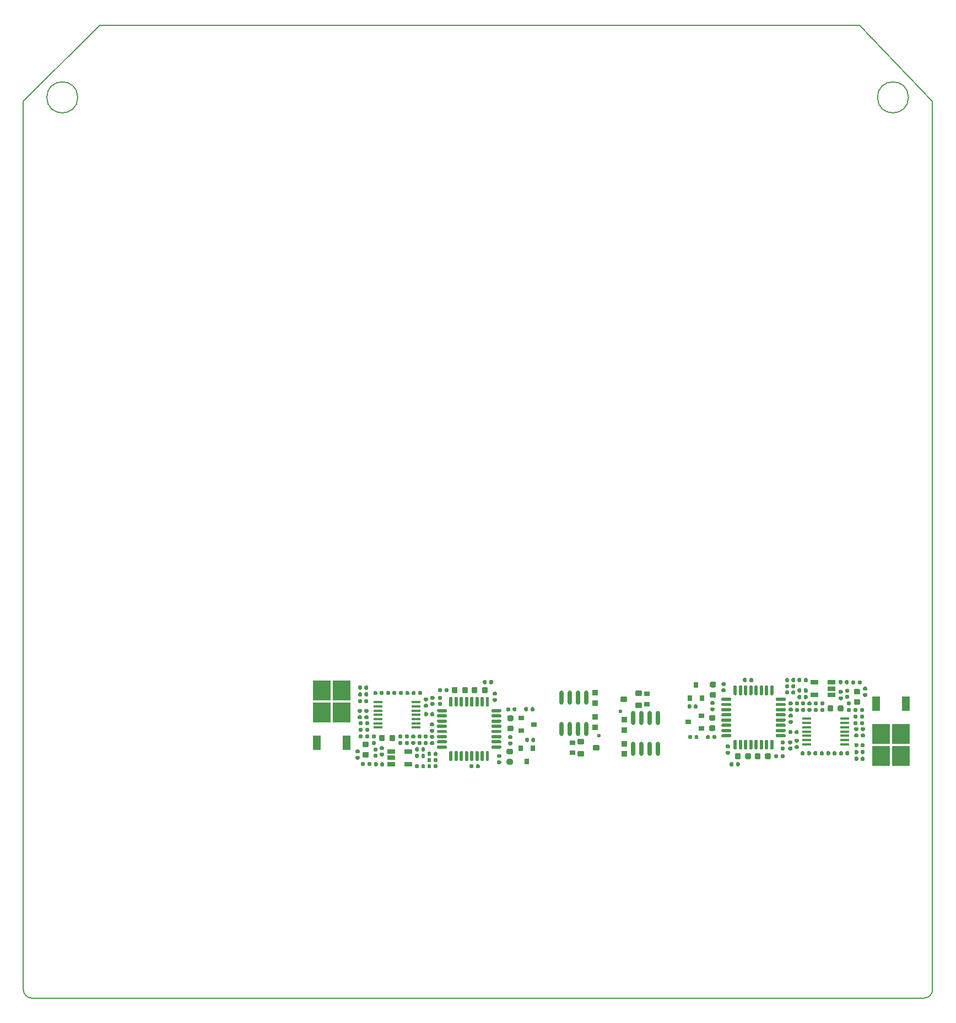
<source format=gtp>
G75*
G70*
%OFA0B0*%
%FSLAX25Y25*%
%IPPOS*%
%LPD*%
%AMOC8*
5,1,8,0,0,1.08239X$1,22.5*
%
%AMM19*
21,1,0.035430,0.030320,0.000000,-0.000000,90.000000*
21,1,0.028350,0.037400,0.000000,-0.000000,90.000000*
1,1,0.007090,0.015160,0.014170*
1,1,0.007090,0.015160,-0.014170*
1,1,0.007090,-0.015160,-0.014170*
1,1,0.007090,-0.015160,0.014170*
%
%AMM20*
21,1,0.033470,0.026770,0.000000,-0.000000,270.000000*
21,1,0.026770,0.033470,0.000000,-0.000000,270.000000*
1,1,0.006690,-0.013390,-0.013390*
1,1,0.006690,-0.013390,0.013390*
1,1,0.006690,0.013390,0.013390*
1,1,0.006690,0.013390,-0.013390*
%
%AMM21*
21,1,0.027560,0.030710,0.000000,-0.000000,90.000000*
21,1,0.022050,0.036220,0.000000,-0.000000,90.000000*
1,1,0.005510,0.015350,0.011020*
1,1,0.005510,0.015350,-0.011020*
1,1,0.005510,-0.015350,-0.011020*
1,1,0.005510,-0.015350,0.011020*
%
%AMM7*
21,1,0.035430,0.030320,-0.000000,0.000000,270.000000*
21,1,0.028350,0.037400,-0.000000,0.000000,270.000000*
1,1,0.007090,-0.015160,-0.014170*
1,1,0.007090,-0.015160,0.014170*
1,1,0.007090,0.015160,0.014170*
1,1,0.007090,0.015160,-0.014170*
%
%AMM8*
21,1,0.033470,0.026770,-0.000000,0.000000,90.000000*
21,1,0.026770,0.033470,-0.000000,0.000000,90.000000*
1,1,0.006690,0.013390,0.013390*
1,1,0.006690,0.013390,-0.013390*
1,1,0.006690,-0.013390,-0.013390*
1,1,0.006690,-0.013390,0.013390*
%
%AMM9*
21,1,0.027560,0.030710,-0.000000,0.000000,270.000000*
21,1,0.022050,0.036220,-0.000000,0.000000,270.000000*
1,1,0.005510,-0.015350,-0.011020*
1,1,0.005510,-0.015350,0.011020*
1,1,0.005510,0.015350,0.011020*
1,1,0.005510,0.015350,-0.011020*
%
%ADD10C,0.00787*%
%ADD116M7*%
%ADD117O,0.02362X0.08661*%
%ADD118M8*%
%ADD119M9*%
%ADD130M19*%
%ADD131M20*%
%ADD132M21*%
%ADD33C,0.02362*%
%ADD55O,0.00000X0.00000*%
%ADD70R,0.03543X0.03150*%
%ADD71R,0.05709X0.01772*%
%ADD72R,0.04724X0.08661*%
%ADD74R,0.04803X0.02559*%
%ADD75R,0.03150X0.03543*%
%ADD79R,0.10827X0.12008*%
X0000000Y0000000D02*
%LPD*%
G01*
D10*
X0000000Y0005000D02*
X0000000Y0542693D01*
X0505989Y0589000D02*
X0046272Y0589000D01*
X0046272Y0589000D02*
X0000000Y0542693D01*
X0550000Y0005000D02*
X0550000Y0542693D01*
X0545000Y0000000D02*
G75*
G03*
X0550000Y0005000I0000000J0005000D01*
G01*
X0032875Y0545250D02*
G75*
G03*
X0032875Y0545250I-009375J0000000D01*
G01*
X0505989Y0589000D02*
X0550000Y0542693D01*
X0000000Y0005000D02*
G75*
G03*
X0005000Y0000000I0005000J0000000D01*
G01*
X0545000Y0000000D02*
X0005000Y0000000D01*
X0535405Y0545250D02*
G75*
G03*
X0535405Y0545250I-009375J0000000D01*
G01*
D55*
X0281625Y0084786D03*
X0270375Y0090199D03*
X0315126Y0195602D02*
%LPD*%
G01*
G36*
G01*
X0246533Y0159303D02*
X0247892Y0159303D01*
G75*
G02*
X0248472Y0158722I0000000J-000581D01*
G01*
X0248472Y0157561D01*
G75*
G02*
X0247892Y0156980I-000581J0000000D01*
G01*
X0246533Y0156980D01*
G75*
G02*
X0245953Y0157561I0000000J0000581D01*
G01*
X0245953Y0158722D01*
G75*
G02*
X0246533Y0159303I0000581J0000000D01*
G01*
G37*
G36*
G01*
X0246533Y0155484D02*
X0247892Y0155484D01*
G75*
G02*
X0248472Y0154903I0000000J-000581D01*
G01*
X0248472Y0153742D01*
G75*
G02*
X0247892Y0153161I-000581J0000000D01*
G01*
X0246533Y0153161D01*
G75*
G02*
X0245953Y0153742I0000000J0000581D01*
G01*
X0245953Y0154903D01*
G75*
G02*
X0246533Y0155484I0000581J0000000D01*
G01*
G37*
G36*
G01*
X0211711Y0183960D02*
X0211711Y0185319D01*
G75*
G02*
X0212291Y0185899I0000581J0000000D01*
G01*
X0213453Y0185899D01*
G75*
G02*
X0214033Y0185319I0000000J-000581D01*
G01*
X0214033Y0183960D01*
G75*
G02*
X0213453Y0183380I-000581J0000000D01*
G01*
X0212291Y0183380D01*
G75*
G02*
X0211711Y0183960I0000000J0000581D01*
G01*
G37*
G36*
G01*
X0215530Y0183960D02*
X0215530Y0185319D01*
G75*
G02*
X0216110Y0185899I0000581J0000000D01*
G01*
X0217272Y0185899D01*
G75*
G02*
X0217852Y0185319I0000000J-000581D01*
G01*
X0217852Y0183960D01*
G75*
G02*
X0217272Y0183380I-000581J0000000D01*
G01*
X0216110Y0183380D01*
G75*
G02*
X0215530Y0183960I0000000J0000581D01*
G01*
G37*
G36*
G01*
X0209102Y0159069D02*
X0209102Y0157710D01*
G75*
G02*
X0208522Y0157130I-000581J0000000D01*
G01*
X0207360Y0157130D01*
G75*
G02*
X0206780Y0157710I0000000J0000581D01*
G01*
X0206780Y0159069D01*
G75*
G02*
X0207360Y0159649I0000581J0000000D01*
G01*
X0208522Y0159649D01*
G75*
G02*
X0209102Y0159069I0000000J-000581D01*
G01*
G37*
G36*
G01*
X0205283Y0159069D02*
X0205283Y0157710D01*
G75*
G02*
X0204703Y0157130I-000581J0000000D01*
G01*
X0203541Y0157130D01*
G75*
G02*
X0202961Y0157710I0000000J0000581D01*
G01*
X0202961Y0159069D01*
G75*
G02*
X0203541Y0159649I0000581J0000000D01*
G01*
X0204703Y0159649D01*
G75*
G02*
X0205283Y0159069I0000000J-000581D01*
G01*
G37*
G36*
G01*
X0309126Y0175450D02*
X0309126Y0174092D01*
G75*
G02*
X0308545Y0173511I-000581J0000000D01*
G01*
X0307384Y0173511D01*
G75*
G02*
X0306803Y0174092I0000000J0000581D01*
G01*
X0306803Y0175450D01*
G75*
G02*
X0307384Y0176031I0000581J0000000D01*
G01*
X0308545Y0176031D01*
G75*
G02*
X0309126Y0175450I0000000J-000581D01*
G01*
G37*
G36*
G01*
X0305307Y0175450D02*
X0305307Y0174092D01*
G75*
G02*
X0304726Y0173511I-000581J0000000D01*
G01*
X0303565Y0173511D01*
G75*
G02*
X0302984Y0174092I0000000J0000581D01*
G01*
X0302984Y0175450D01*
G75*
G02*
X0303565Y0176031I0000581J0000000D01*
G01*
X0304726Y0176031D01*
G75*
G02*
X0305307Y0175450I0000000J-000581D01*
G01*
G37*
G36*
G01*
X0295564Y0161448D02*
X0293546Y0161448D01*
G75*
G02*
X0292685Y0162310I0000000J0000861D01*
G01*
X0292685Y0164032D01*
G75*
G02*
X0293546Y0164893I0000861J0000000D01*
G01*
X0295564Y0164893D01*
G75*
G02*
X0296425Y0164032I0000000J-000861D01*
G01*
X0296425Y0162310D01*
G75*
G02*
X0295564Y0161448I-000861J0000000D01*
G01*
G37*
G36*
G01*
X0295564Y0167649D02*
X0293546Y0167649D01*
G75*
G02*
X0292685Y0168510I0000000J0000861D01*
G01*
X0292685Y0170233D01*
G75*
G02*
X0293546Y0171094I0000861J0000000D01*
G01*
X0295564Y0171094D01*
G75*
G02*
X0296425Y0170233I0000000J-000861D01*
G01*
X0296425Y0168510D01*
G75*
G02*
X0295564Y0167649I-000861J0000000D01*
G01*
G37*
G36*
G01*
X0224854Y0158398D02*
X0224854Y0156381D01*
G75*
G02*
X0223993Y0155519I-000861J0000000D01*
G01*
X0222271Y0155519D01*
G75*
G02*
X0221409Y0156381I0000000J0000861D01*
G01*
X0221409Y0158398D01*
G75*
G02*
X0222271Y0159259I0000861J0000000D01*
G01*
X0223993Y0159259D01*
G75*
G02*
X0224854Y0158398I0000000J-000861D01*
G01*
G37*
G36*
G01*
X0218654Y0158398D02*
X0218654Y0156381D01*
G75*
G02*
X0217792Y0155519I-000861J0000000D01*
G01*
X0216070Y0155519D01*
G75*
G02*
X0215209Y0156381I0000000J0000861D01*
G01*
X0215209Y0158398D01*
G75*
G02*
X0216070Y0159259I0000861J0000000D01*
G01*
X0217792Y0159259D01*
G75*
G02*
X0218654Y0158398I0000000J-000861D01*
G01*
G37*
G36*
G01*
X0219461Y0183960D02*
X0219461Y0185319D01*
G75*
G02*
X0220041Y0185899I0000581J0000000D01*
G01*
X0221203Y0185899D01*
G75*
G02*
X0221783Y0185319I0000000J-000581D01*
G01*
X0221783Y0183960D01*
G75*
G02*
X0221203Y0183380I-000581J0000000D01*
G01*
X0220041Y0183380D01*
G75*
G02*
X0219461Y0183960I0000000J0000581D01*
G01*
G37*
G36*
G01*
X0223280Y0183960D02*
X0223280Y0185319D01*
G75*
G02*
X0223860Y0185899I0000581J0000000D01*
G01*
X0225022Y0185899D01*
G75*
G02*
X0225602Y0185319I0000000J-000581D01*
G01*
X0225602Y0183960D01*
G75*
G02*
X0225022Y0183380I-000581J0000000D01*
G01*
X0223860Y0183380D01*
G75*
G02*
X0223280Y0183960I0000000J0000581D01*
G01*
G37*
G36*
G01*
X0207352Y0167460D02*
X0208711Y0167460D01*
G75*
G02*
X0209291Y0166880I0000000J-000581D01*
G01*
X0209291Y0165718D01*
G75*
G02*
X0208711Y0165137I-000581J0000000D01*
G01*
X0207352Y0165137D01*
G75*
G02*
X0206772Y0165718I0000000J0000581D01*
G01*
X0206772Y0166880D01*
G75*
G02*
X0207352Y0167460I0000581J0000000D01*
G01*
G37*
G36*
G01*
X0207352Y0163641D02*
X0208711Y0163641D01*
G75*
G02*
X0209291Y0163061I0000000J-000581D01*
G01*
X0209291Y0161899D01*
G75*
G02*
X0208711Y0161319I-000581J0000000D01*
G01*
X0207352Y0161319D01*
G75*
G02*
X0206772Y0161899I0000000J0000581D01*
G01*
X0206772Y0163061D01*
G75*
G02*
X0207352Y0163641I0000581J0000000D01*
G01*
G37*
G36*
G01*
X0213640Y0145484D02*
X0212282Y0145484D01*
G75*
G02*
X0211701Y0146065I0000000J0000581D01*
G01*
X0211701Y0147226D01*
G75*
G02*
X0212282Y0147807I0000581J0000000D01*
G01*
X0213640Y0147807D01*
G75*
G02*
X0214220Y0147226I0000000J-000581D01*
G01*
X0214220Y0146065D01*
G75*
G02*
X0213640Y0145484I-000581J0000000D01*
G01*
G37*
G36*
G01*
X0213640Y0149303D02*
X0212282Y0149303D01*
G75*
G02*
X0211701Y0149883I0000000J0000581D01*
G01*
X0211701Y0151045D01*
G75*
G02*
X0212282Y0151626I0000581J0000000D01*
G01*
X0213640Y0151626D01*
G75*
G02*
X0214220Y0151045I0000000J-000581D01*
G01*
X0214220Y0149883D01*
G75*
G02*
X0213640Y0149303I-000581J0000000D01*
G01*
G37*
G36*
G01*
X0218197Y0142147D02*
X0218197Y0140789D01*
G75*
G02*
X0217616Y0140208I-000581J0000000D01*
G01*
X0216455Y0140208D01*
G75*
G02*
X0215874Y0140789I0000000J0000581D01*
G01*
X0215874Y0142147D01*
G75*
G02*
X0216455Y0142728I0000581J0000000D01*
G01*
X0217616Y0142728D01*
G75*
G02*
X0218197Y0142147I0000000J-000581D01*
G01*
G37*
G36*
G01*
X0214378Y0142147D02*
X0214378Y0140789D01*
G75*
G02*
X0213797Y0140208I-000581J0000000D01*
G01*
X0212636Y0140208D01*
G75*
G02*
X0212055Y0140789I0000000J0000581D01*
G01*
X0212055Y0142147D01*
G75*
G02*
X0212636Y0142728I0000581J0000000D01*
G01*
X0213797Y0142728D01*
G75*
G02*
X0214378Y0142147I0000000J-000581D01*
G01*
G37*
G36*
G01*
X0243000Y0140966D02*
X0243000Y0139608D01*
G75*
G02*
X0242419Y0139027I-000581J0000000D01*
G01*
X0241258Y0139027D01*
G75*
G02*
X0240677Y0139608I0000000J0000581D01*
G01*
X0240677Y0140966D01*
G75*
G02*
X0241258Y0141547I0000581J0000000D01*
G01*
X0242419Y0141547D01*
G75*
G02*
X0243000Y0140966I0000000J-000581D01*
G01*
G37*
G36*
G01*
X0239181Y0140966D02*
X0239181Y0139608D01*
G75*
G02*
X0238600Y0139027I-000581J0000000D01*
G01*
X0237439Y0139027D01*
G75*
G02*
X0236858Y0139608I0000000J0000581D01*
G01*
X0236858Y0140966D01*
G75*
G02*
X0237439Y0141547I0000581J0000000D01*
G01*
X0238600Y0141547D01*
G75*
G02*
X0239181Y0140966I0000000J-000581D01*
G01*
G37*
G36*
G01*
X0227211Y0183960D02*
X0227211Y0185319D01*
G75*
G02*
X0227791Y0185899I0000581J0000000D01*
G01*
X0228953Y0185899D01*
G75*
G02*
X0229533Y0185319I0000000J-000581D01*
G01*
X0229533Y0183960D01*
G75*
G02*
X0228953Y0183380I-000581J0000000D01*
G01*
X0227791Y0183380D01*
G75*
G02*
X0227211Y0183960I0000000J0000581D01*
G01*
G37*
G36*
G01*
X0231030Y0183960D02*
X0231030Y0185319D01*
G75*
G02*
X0231610Y0185899I0000581J0000000D01*
G01*
X0232772Y0185899D01*
G75*
G02*
X0233352Y0185319I0000000J-000581D01*
G01*
X0233352Y0183960D01*
G75*
G02*
X0232772Y0183380I-000581J0000000D01*
G01*
X0231610Y0183380D01*
G75*
G02*
X0231030Y0183960I0000000J0000581D01*
G01*
G37*
G36*
G01*
X0234961Y0183960D02*
X0234961Y0185319D01*
G75*
G02*
X0235541Y0185899I0000581J0000000D01*
G01*
X0236703Y0185899D01*
G75*
G02*
X0237283Y0185319I0000000J-000581D01*
G01*
X0237283Y0183960D01*
G75*
G02*
X0236703Y0183380I-000581J0000000D01*
G01*
X0235541Y0183380D01*
G75*
G02*
X0234961Y0183960I0000000J0000581D01*
G01*
G37*
G36*
G01*
X0238780Y0183960D02*
X0238780Y0185319D01*
G75*
G02*
X0239360Y0185899I0000581J0000000D01*
G01*
X0240522Y0185899D01*
G75*
G02*
X0241102Y0185319I0000000J-000581D01*
G01*
X0241102Y0183960D01*
G75*
G02*
X0240522Y0183380I-000581J0000000D01*
G01*
X0239360Y0183380D01*
G75*
G02*
X0238780Y0183960I0000000J0000581D01*
G01*
G37*
G36*
G01*
X0211352Y0159460D02*
X0212711Y0159460D01*
G75*
G02*
X0213291Y0158880I0000000J-000581D01*
G01*
X0213291Y0157718D01*
G75*
G02*
X0212711Y0157137I-000581J0000000D01*
G01*
X0211352Y0157137D01*
G75*
G02*
X0210772Y0157718I0000000J0000581D01*
G01*
X0210772Y0158880D01*
G75*
G02*
X0211352Y0159460I0000581J0000000D01*
G01*
G37*
G36*
G01*
X0211352Y0155641D02*
X0212711Y0155641D01*
G75*
G02*
X0213291Y0155061I0000000J-000581D01*
G01*
X0213291Y0153899D01*
G75*
G02*
X0212711Y0153319I-000581J0000000D01*
G01*
X0211352Y0153319D01*
G75*
G02*
X0210772Y0153899I0000000J0000581D01*
G01*
X0210772Y0155061D01*
G75*
G02*
X0211352Y0155641I0000581J0000000D01*
G01*
G37*
D70*
X0301118Y0169411D03*
X0301118Y0161931D03*
X0308992Y0165671D03*
D71*
X0237646Y0163712D03*
X0237646Y0166271D03*
X0237646Y0168830D03*
X0237646Y0171389D03*
X0237646Y0173948D03*
X0237646Y0176508D03*
X0237646Y0179067D03*
X0214417Y0179067D03*
X0214417Y0176508D03*
X0214417Y0173948D03*
X0214417Y0171389D03*
X0214417Y0168830D03*
X0214417Y0166271D03*
X0214417Y0163712D03*
G36*
G01*
X0203352Y0167460D02*
X0204711Y0167460D01*
G75*
G02*
X0205291Y0166880I0000000J-000581D01*
G01*
X0205291Y0165718D01*
G75*
G02*
X0204711Y0165137I-000581J0000000D01*
G01*
X0203352Y0165137D01*
G75*
G02*
X0202772Y0165718I0000000J0000581D01*
G01*
X0202772Y0166880D01*
G75*
G02*
X0203352Y0167460I0000581J0000000D01*
G01*
G37*
G36*
G01*
X0203352Y0163641D02*
X0204711Y0163641D01*
G75*
G02*
X0205291Y0163061I0000000J-000581D01*
G01*
X0205291Y0161899D01*
G75*
G02*
X0204711Y0161319I-000581J0000000D01*
G01*
X0203352Y0161319D01*
G75*
G02*
X0202772Y0161899I0000000J0000581D01*
G01*
X0202772Y0163061D01*
G75*
G02*
X0203352Y0163641I0000581J0000000D01*
G01*
G37*
G36*
G01*
X0250480Y0144706D02*
X0250480Y0143348D01*
G75*
G02*
X0249900Y0142767I-000581J0000000D01*
G01*
X0248738Y0142767D01*
G75*
G02*
X0248157Y0143348I0000000J0000581D01*
G01*
X0248157Y0144706D01*
G75*
G02*
X0248738Y0145287I0000581J0000000D01*
G01*
X0249900Y0145287D01*
G75*
G02*
X0250480Y0144706I0000000J-000581D01*
G01*
G37*
G36*
G01*
X0246661Y0144706D02*
X0246661Y0143348D01*
G75*
G02*
X0246081Y0142767I-000581J0000000D01*
G01*
X0244919Y0142767D01*
G75*
G02*
X0244339Y0143348I0000000J0000581D01*
G01*
X0244339Y0144706D01*
G75*
G02*
X0244919Y0145287I0000581J0000000D01*
G01*
X0246081Y0145287D01*
G75*
G02*
X0246661Y0144706I0000000J-000581D01*
G01*
G37*
G36*
G01*
X0244339Y0139608D02*
X0244339Y0140966D01*
G75*
G02*
X0244919Y0141547I0000581J0000000D01*
G01*
X0246081Y0141547D01*
G75*
G02*
X0246661Y0140966I0000000J-000581D01*
G01*
X0246661Y0139608D01*
G75*
G02*
X0246081Y0139027I-000581J0000000D01*
G01*
X0244919Y0139027D01*
G75*
G02*
X0244339Y0139608I0000000J0000581D01*
G01*
G37*
G36*
G01*
X0248157Y0139608D02*
X0248157Y0140966D01*
G75*
G02*
X0248738Y0141547I0000581J0000000D01*
G01*
X0249900Y0141547D01*
G75*
G02*
X0250480Y0140966I0000000J-000581D01*
G01*
X0250480Y0139608D01*
G75*
G02*
X0249900Y0139027I-000581J0000000D01*
G01*
X0248738Y0139027D01*
G75*
G02*
X0248157Y0139608I0000000J0000581D01*
G01*
G37*
G36*
G01*
X0247892Y0160641D02*
X0246533Y0160641D01*
G75*
G02*
X0245953Y0161222I0000000J0000581D01*
G01*
X0245953Y0162383D01*
G75*
G02*
X0246533Y0162964I0000581J0000000D01*
G01*
X0247892Y0162964D01*
G75*
G02*
X0248472Y0162383I0000000J-000581D01*
G01*
X0248472Y0161222D01*
G75*
G02*
X0247892Y0160641I-000581J0000000D01*
G01*
G37*
G36*
G01*
X0247892Y0164460D02*
X0246533Y0164460D01*
G75*
G02*
X0245953Y0165041I0000000J0000581D01*
G01*
X0245953Y0166202D01*
G75*
G02*
X0246533Y0166783I0000581J0000000D01*
G01*
X0247892Y0166783D01*
G75*
G02*
X0248472Y0166202I0000000J-000581D01*
G01*
X0248472Y0165041D01*
G75*
G02*
X0247892Y0164460I-000581J0000000D01*
G01*
G37*
G36*
G01*
X0201455Y0150445D02*
X0202813Y0150445D01*
G75*
G02*
X0203394Y0149864I0000000J-000581D01*
G01*
X0203394Y0148702D01*
G75*
G02*
X0202813Y0148122I-000581J0000000D01*
G01*
X0201455Y0148122D01*
G75*
G02*
X0200874Y0148702I0000000J0000581D01*
G01*
X0200874Y0149864D01*
G75*
G02*
X0201455Y0150445I0000581J0000000D01*
G01*
G37*
G36*
G01*
X0201455Y0146626D02*
X0202813Y0146626D01*
G75*
G02*
X0203394Y0146045I0000000J-000581D01*
G01*
X0203394Y0144883D01*
G75*
G02*
X0202813Y0144303I-000581J0000000D01*
G01*
X0201455Y0144303D01*
G75*
G02*
X0200874Y0144883I0000000J0000581D01*
G01*
X0200874Y0146045D01*
G75*
G02*
X0201455Y0146626I0000581J0000000D01*
G01*
G37*
G36*
G01*
X0276012Y0140966D02*
X0276012Y0139608D01*
G75*
G02*
X0275431Y0139027I-000581J0000000D01*
G01*
X0274270Y0139027D01*
G75*
G02*
X0273689Y0139608I0000000J0000581D01*
G01*
X0273689Y0140966D01*
G75*
G02*
X0274270Y0141547I0000581J0000000D01*
G01*
X0275431Y0141547D01*
G75*
G02*
X0276012Y0140966I0000000J-000581D01*
G01*
G37*
G36*
G01*
X0272193Y0140966D02*
X0272193Y0139608D01*
G75*
G02*
X0271612Y0139027I-000581J0000000D01*
G01*
X0270451Y0139027D01*
G75*
G02*
X0269870Y0139608I0000000J0000581D01*
G01*
X0269870Y0140966D01*
G75*
G02*
X0270451Y0141547I0000581J0000000D01*
G01*
X0271612Y0141547D01*
G75*
G02*
X0272193Y0140966I0000000J-000581D01*
G01*
G37*
G36*
G01*
X0252616Y0176783D02*
X0251258Y0176783D01*
G75*
G02*
X0250677Y0177364I0000000J0000581D01*
G01*
X0250677Y0178525D01*
G75*
G02*
X0251258Y0179106I0000581J0000000D01*
G01*
X0252616Y0179106D01*
G75*
G02*
X0253197Y0178525I0000000J-000581D01*
G01*
X0253197Y0177364D01*
G75*
G02*
X0252616Y0176783I-000581J0000000D01*
G01*
G37*
G36*
G01*
X0252616Y0180602D02*
X0251258Y0180602D01*
G75*
G02*
X0250677Y0181183I0000000J0000581D01*
G01*
X0250677Y0182344D01*
G75*
G02*
X0251258Y0182925I0000581J0000000D01*
G01*
X0252616Y0182925D01*
G75*
G02*
X0253197Y0182344I0000000J-000581D01*
G01*
X0253197Y0181183D01*
G75*
G02*
X0252616Y0180602I-000581J0000000D01*
G01*
G37*
G36*
G01*
X0287085Y0147689D02*
X0288443Y0147689D01*
G75*
G02*
X0289024Y0147108I0000000J-000581D01*
G01*
X0289024Y0145946D01*
G75*
G02*
X0288443Y0145366I-000581J0000000D01*
G01*
X0287085Y0145366D01*
G75*
G02*
X0286504Y0145946I0000000J0000581D01*
G01*
X0286504Y0147108D01*
G75*
G02*
X0287085Y0147689I0000581J0000000D01*
G01*
G37*
G36*
G01*
X0287085Y0143870D02*
X0288443Y0143870D01*
G75*
G02*
X0289024Y0143289I0000000J-000581D01*
G01*
X0289024Y0142128D01*
G75*
G02*
X0288443Y0141547I-000581J0000000D01*
G01*
X0287085Y0141547D01*
G75*
G02*
X0286504Y0142128I0000000J0000581D01*
G01*
X0286504Y0143289D01*
G75*
G02*
X0287085Y0143870I0000581J0000000D01*
G01*
G37*
D72*
X0195362Y0154657D03*
X0177409Y0154657D03*
D79*
X0192390Y0186055D03*
X0180382Y0186055D03*
X0192390Y0172866D03*
X0180382Y0172866D03*
G36*
G01*
X0208610Y0188604D02*
X0208610Y0187246D01*
G75*
G02*
X0208030Y0186665I-000581J0000000D01*
G01*
X0206868Y0186665D01*
G75*
G02*
X0206287Y0187246I0000000J0000581D01*
G01*
X0206287Y0188604D01*
G75*
G02*
X0206868Y0189185I0000581J0000000D01*
G01*
X0208030Y0189185D01*
G75*
G02*
X0208610Y0188604I0000000J-000581D01*
G01*
G37*
G36*
G01*
X0204791Y0188604D02*
X0204791Y0187246D01*
G75*
G02*
X0204211Y0186665I-000581J0000000D01*
G01*
X0203049Y0186665D01*
G75*
G02*
X0202469Y0187246I0000000J0000581D01*
G01*
X0202469Y0188604D01*
G75*
G02*
X0203049Y0189185I0000581J0000000D01*
G01*
X0204211Y0189185D01*
G75*
G02*
X0204791Y0188604I0000000J-000581D01*
G01*
G37*
G36*
G01*
X0246730Y0182925D02*
X0248089Y0182925D01*
G75*
G02*
X0248669Y0182344I0000000J-000581D01*
G01*
X0248669Y0181183D01*
G75*
G02*
X0248089Y0180602I-000581J0000000D01*
G01*
X0246730Y0180602D01*
G75*
G02*
X0246150Y0181183I0000000J0000581D01*
G01*
X0246150Y0182344D01*
G75*
G02*
X0246730Y0182925I0000581J0000000D01*
G01*
G37*
G36*
G01*
X0246730Y0179106D02*
X0248089Y0179106D01*
G75*
G02*
X0248669Y0178525I0000000J-000581D01*
G01*
X0248669Y0177364D01*
G75*
G02*
X0248089Y0176783I-000581J0000000D01*
G01*
X0246730Y0176783D01*
G75*
G02*
X0246150Y0177364I0000000J0000581D01*
G01*
X0246150Y0178525D01*
G75*
G02*
X0246730Y0179106I0000581J0000000D01*
G01*
G37*
G36*
G01*
X0210382Y0142344D02*
X0210382Y0140986D01*
G75*
G02*
X0209801Y0140405I-000581J0000000D01*
G01*
X0208640Y0140405D01*
G75*
G02*
X0208059Y0140986I0000000J0000581D01*
G01*
X0208059Y0142344D01*
G75*
G02*
X0208640Y0142925I0000581J0000000D01*
G01*
X0209801Y0142925D01*
G75*
G02*
X0210382Y0142344I0000000J-000581D01*
G01*
G37*
G36*
G01*
X0206563Y0142344D02*
X0206563Y0140986D01*
G75*
G02*
X0205982Y0140405I-000581J0000000D01*
G01*
X0204821Y0140405D01*
G75*
G02*
X0204240Y0140986I0000000J0000581D01*
G01*
X0204240Y0142344D01*
G75*
G02*
X0204821Y0142925I0000581J0000000D01*
G01*
X0205982Y0142925D01*
G75*
G02*
X0206563Y0142344I0000000J-000581D01*
G01*
G37*
G36*
G01*
X0244211Y0175819D02*
X0242852Y0175819D01*
G75*
G02*
X0242272Y0176399I0000000J0000581D01*
G01*
X0242272Y0177561D01*
G75*
G02*
X0242852Y0178141I0000581J0000000D01*
G01*
X0244211Y0178141D01*
G75*
G02*
X0244791Y0177561I0000000J-000581D01*
G01*
X0244791Y0176399D01*
G75*
G02*
X0244211Y0175819I-000581J0000000D01*
G01*
G37*
G36*
G01*
X0244211Y0179637D02*
X0242852Y0179637D01*
G75*
G02*
X0242272Y0180218I0000000J0000581D01*
G01*
X0242272Y0181380D01*
G75*
G02*
X0242852Y0181960I0000581J0000000D01*
G01*
X0244211Y0181960D01*
G75*
G02*
X0244791Y0181380I0000000J-000581D01*
G01*
X0244791Y0180218D01*
G75*
G02*
X0244211Y0179637I-000581J0000000D01*
G01*
G37*
G36*
G01*
X0298315Y0175415D02*
X0298315Y0174057D01*
G75*
G02*
X0297734Y0173476I-000581J0000000D01*
G01*
X0296573Y0173476D01*
G75*
G02*
X0295992Y0174057I0000000J0000581D01*
G01*
X0295992Y0175415D01*
G75*
G02*
X0296573Y0175996I0000581J0000000D01*
G01*
X0297734Y0175996D01*
G75*
G02*
X0298315Y0175415I0000000J-000581D01*
G01*
G37*
G36*
G01*
X0294496Y0175415D02*
X0294496Y0174057D01*
G75*
G02*
X0293915Y0173476I-000581J0000000D01*
G01*
X0292754Y0173476D01*
G75*
G02*
X0292173Y0174057I0000000J0000581D01*
G01*
X0292173Y0175415D01*
G75*
G02*
X0292754Y0175996I0000581J0000000D01*
G01*
X0293915Y0175996D01*
G75*
G02*
X0294496Y0175415I0000000J-000581D01*
G01*
G37*
G36*
G01*
X0259209Y0185381D02*
X0259209Y0187398D01*
G75*
G02*
X0260070Y0188259I0000861J0000000D01*
G01*
X0261792Y0188259D01*
G75*
G02*
X0262654Y0187398I0000000J-000861D01*
G01*
X0262654Y0185381D01*
G75*
G02*
X0261792Y0184519I-000861J0000000D01*
G01*
X0260070Y0184519D01*
G75*
G02*
X0259209Y0185381I0000000J0000861D01*
G01*
G37*
G36*
G01*
X0265409Y0185381D02*
X0265409Y0187398D01*
G75*
G02*
X0266271Y0188259I0000861J0000000D01*
G01*
X0267993Y0188259D01*
G75*
G02*
X0268854Y0187398I0000000J-000861D01*
G01*
X0268854Y0185381D01*
G75*
G02*
X0267993Y0184519I-000861J0000000D01*
G01*
X0266271Y0184519D01*
G75*
G02*
X0265409Y0185381I0000000J0000861D01*
G01*
G37*
G36*
G01*
X0250961Y0185710D02*
X0250961Y0187069D01*
G75*
G02*
X0251541Y0187649I0000581J0000000D01*
G01*
X0252703Y0187649D01*
G75*
G02*
X0253283Y0187069I0000000J-000581D01*
G01*
X0253283Y0185710D01*
G75*
G02*
X0252703Y0185130I-000581J0000000D01*
G01*
X0251541Y0185130D01*
G75*
G02*
X0250961Y0185710I0000000J0000581D01*
G01*
G37*
G36*
G01*
X0254780Y0185710D02*
X0254780Y0187069D01*
G75*
G02*
X0255360Y0187649I0000581J0000000D01*
G01*
X0256522Y0187649D01*
G75*
G02*
X0257102Y0187069I0000000J-000581D01*
G01*
X0257102Y0185710D01*
G75*
G02*
X0256522Y0185130I-000581J0000000D01*
G01*
X0255360Y0185130D01*
G75*
G02*
X0254780Y0185710I0000000J0000581D01*
G01*
G37*
G36*
G01*
X0238461Y0157710D02*
X0238461Y0159069D01*
G75*
G02*
X0239041Y0159649I0000581J0000000D01*
G01*
X0240203Y0159649D01*
G75*
G02*
X0240783Y0159069I0000000J-000581D01*
G01*
X0240783Y0157710D01*
G75*
G02*
X0240203Y0157130I-000581J0000000D01*
G01*
X0239041Y0157130D01*
G75*
G02*
X0238461Y0157710I0000000J0000581D01*
G01*
G37*
G36*
G01*
X0242280Y0157710D02*
X0242280Y0159069D01*
G75*
G02*
X0242860Y0159649I0000581J0000000D01*
G01*
X0244022Y0159649D01*
G75*
G02*
X0244602Y0159069I0000000J-000581D01*
G01*
X0244602Y0157710D01*
G75*
G02*
X0244022Y0157130I-000581J0000000D01*
G01*
X0242860Y0157130D01*
G75*
G02*
X0242280Y0157710I0000000J0000581D01*
G01*
G37*
G36*
G01*
X0232711Y0153319D02*
X0231352Y0153319D01*
G75*
G02*
X0230772Y0153899I0000000J0000581D01*
G01*
X0230772Y0155061D01*
G75*
G02*
X0231352Y0155641I0000581J0000000D01*
G01*
X0232711Y0155641D01*
G75*
G02*
X0233291Y0155061I0000000J-000581D01*
G01*
X0233291Y0153899D01*
G75*
G02*
X0232711Y0153319I-000581J0000000D01*
G01*
G37*
G36*
G01*
X0232711Y0157137D02*
X0231352Y0157137D01*
G75*
G02*
X0230772Y0157718I0000000J0000581D01*
G01*
X0230772Y0158880D01*
G75*
G02*
X0231352Y0159460I0000581J0000000D01*
G01*
X0232711Y0159460D01*
G75*
G02*
X0233291Y0158880I0000000J-000581D01*
G01*
X0233291Y0157718D01*
G75*
G02*
X0232711Y0157137I-000581J0000000D01*
G01*
G37*
G36*
G01*
X0236474Y0153319D02*
X0235116Y0153319D01*
G75*
G02*
X0234535Y0153899I0000000J0000581D01*
G01*
X0234535Y0155061D01*
G75*
G02*
X0235116Y0155641I0000581J0000000D01*
G01*
X0236474Y0155641D01*
G75*
G02*
X0237055Y0155061I0000000J-000581D01*
G01*
X0237055Y0153899D01*
G75*
G02*
X0236474Y0153319I-000581J0000000D01*
G01*
G37*
G36*
G01*
X0236474Y0157137D02*
X0235116Y0157137D01*
G75*
G02*
X0234535Y0157718I0000000J0000581D01*
G01*
X0234535Y0158880D01*
G75*
G02*
X0235116Y0159460I0000581J0000000D01*
G01*
X0236474Y0159460D01*
G75*
G02*
X0237055Y0158880I0000000J-000581D01*
G01*
X0237055Y0157718D01*
G75*
G02*
X0236474Y0157137I-000581J0000000D01*
G01*
G37*
G36*
G01*
X0238461Y0153710D02*
X0238461Y0155069D01*
G75*
G02*
X0239041Y0155649I0000581J0000000D01*
G01*
X0240203Y0155649D01*
G75*
G02*
X0240783Y0155069I0000000J-000581D01*
G01*
X0240783Y0153710D01*
G75*
G02*
X0240203Y0153130I-000581J0000000D01*
G01*
X0239041Y0153130D01*
G75*
G02*
X0238461Y0153710I0000000J0000581D01*
G01*
G37*
G36*
G01*
X0242280Y0153710D02*
X0242280Y0155069D01*
G75*
G02*
X0242860Y0155649I0000581J0000000D01*
G01*
X0244022Y0155649D01*
G75*
G02*
X0244602Y0155069I0000000J-000581D01*
G01*
X0244602Y0153710D01*
G75*
G02*
X0244022Y0153130I-000581J0000000D01*
G01*
X0242860Y0153130D01*
G75*
G02*
X0242280Y0153710I0000000J0000581D01*
G01*
G37*
D74*
X0222370Y0149145D03*
X0222370Y0145405D03*
X0222370Y0141665D03*
X0232685Y0141665D03*
X0232685Y0149145D03*
G36*
G01*
X0228711Y0153319D02*
X0227352Y0153319D01*
G75*
G02*
X0226772Y0153899I0000000J0000581D01*
G01*
X0226772Y0155061D01*
G75*
G02*
X0227352Y0155641I0000581J0000000D01*
G01*
X0228711Y0155641D01*
G75*
G02*
X0229291Y0155061I0000000J-000581D01*
G01*
X0229291Y0153899D01*
G75*
G02*
X0228711Y0153319I-000581J0000000D01*
G01*
G37*
G36*
G01*
X0228711Y0157137D02*
X0227352Y0157137D01*
G75*
G02*
X0226772Y0157718I0000000J0000581D01*
G01*
X0226772Y0158880D01*
G75*
G02*
X0227352Y0159460I0000581J0000000D01*
G01*
X0228711Y0159460D01*
G75*
G02*
X0229291Y0158880I0000000J-000581D01*
G01*
X0229291Y0157718D01*
G75*
G02*
X0228711Y0157137I-000581J0000000D01*
G01*
G37*
G36*
G01*
X0217577Y0146271D02*
X0216219Y0146271D01*
G75*
G02*
X0215638Y0146852I0000000J0000581D01*
G01*
X0215638Y0148013D01*
G75*
G02*
X0216219Y0148594I0000581J0000000D01*
G01*
X0217577Y0148594D01*
G75*
G02*
X0218157Y0148013I0000000J-000581D01*
G01*
X0218157Y0146852D01*
G75*
G02*
X0217577Y0146271I-000581J0000000D01*
G01*
G37*
G36*
G01*
X0217577Y0150090D02*
X0216219Y0150090D01*
G75*
G02*
X0215638Y0150671I0000000J0000581D01*
G01*
X0215638Y0151832D01*
G75*
G02*
X0216219Y0152413I0000581J0000000D01*
G01*
X0217577Y0152413D01*
G75*
G02*
X0218157Y0151832I0000000J-000581D01*
G01*
X0218157Y0150671D01*
G75*
G02*
X0217577Y0150090I-000581J0000000D01*
G01*
G37*
G36*
G01*
X0204211Y0168819D02*
X0202852Y0168819D01*
G75*
G02*
X0202272Y0169399I0000000J0000581D01*
G01*
X0202272Y0170561D01*
G75*
G02*
X0202852Y0171141I0000581J0000000D01*
G01*
X0204211Y0171141D01*
G75*
G02*
X0204791Y0170561I0000000J-000581D01*
G01*
X0204791Y0169399D01*
G75*
G02*
X0204211Y0168819I-000581J0000000D01*
G01*
G37*
G36*
G01*
X0204211Y0172637D02*
X0202852Y0172637D01*
G75*
G02*
X0202272Y0173218I0000000J0000581D01*
G01*
X0202272Y0174380D01*
G75*
G02*
X0202852Y0174960I0000581J0000000D01*
G01*
X0204211Y0174960D01*
G75*
G02*
X0204791Y0174380I0000000J-000581D01*
G01*
X0204791Y0173218D01*
G75*
G02*
X0204211Y0172637I-000581J0000000D01*
G01*
G37*
G36*
G01*
X0206023Y0155212D02*
X0208040Y0155212D01*
G75*
G02*
X0208902Y0154351I0000000J-000861D01*
G01*
X0208902Y0152629D01*
G75*
G02*
X0208040Y0151767I-000861J0000000D01*
G01*
X0206023Y0151767D01*
G75*
G02*
X0205161Y0152629I0000000J0000861D01*
G01*
X0205161Y0154351D01*
G75*
G02*
X0206023Y0155212I0000861J0000000D01*
G01*
G37*
G36*
G01*
X0206023Y0149011D02*
X0208040Y0149011D01*
G75*
G02*
X0208902Y0148150I0000000J-000861D01*
G01*
X0208902Y0146428D01*
G75*
G02*
X0208040Y0145567I-000861J0000000D01*
G01*
X0206023Y0145567D01*
G75*
G02*
X0205161Y0146428I0000000J0000861D01*
G01*
X0205161Y0148150D01*
G75*
G02*
X0206023Y0149011I0000861J0000000D01*
G01*
G37*
G36*
G01*
X0208610Y0180336D02*
X0208610Y0178978D01*
G75*
G02*
X0208030Y0178397I-000581J0000000D01*
G01*
X0206868Y0178397D01*
G75*
G02*
X0206287Y0178978I0000000J0000581D01*
G01*
X0206287Y0180336D01*
G75*
G02*
X0206868Y0180917I0000581J0000000D01*
G01*
X0208030Y0180917D01*
G75*
G02*
X0208610Y0180336I0000000J-000581D01*
G01*
G37*
G36*
G01*
X0204791Y0180336D02*
X0204791Y0178978D01*
G75*
G02*
X0204211Y0178397I-000581J0000000D01*
G01*
X0203049Y0178397D01*
G75*
G02*
X0202469Y0178978I0000000J0000581D01*
G01*
X0202469Y0180336D01*
G75*
G02*
X0203049Y0180917I0000581J0000000D01*
G01*
X0204211Y0180917D01*
G75*
G02*
X0204791Y0180336I0000000J-000581D01*
G01*
G37*
G36*
G01*
X0202469Y0183112D02*
X0202469Y0184470D01*
G75*
G02*
X0203049Y0185051I0000581J0000000D01*
G01*
X0204211Y0185051D01*
G75*
G02*
X0204791Y0184470I0000000J-000581D01*
G01*
X0204791Y0183112D01*
G75*
G02*
X0204211Y0182531I-000581J0000000D01*
G01*
X0203049Y0182531D01*
G75*
G02*
X0202469Y0183112I0000000J0000581D01*
G01*
G37*
G36*
G01*
X0206287Y0183112D02*
X0206287Y0184470D01*
G75*
G02*
X0206868Y0185051I0000581J0000000D01*
G01*
X0208030Y0185051D01*
G75*
G02*
X0208610Y0184470I0000000J-000581D01*
G01*
X0208610Y0183112D01*
G75*
G02*
X0208030Y0182531I-000581J0000000D01*
G01*
X0206868Y0182531D01*
G75*
G02*
X0206287Y0183112I0000000J0000581D01*
G01*
G37*
G36*
G01*
X0280854Y0187398D02*
X0280854Y0185381D01*
G75*
G02*
X0279993Y0184519I-000861J0000000D01*
G01*
X0278271Y0184519D01*
G75*
G02*
X0277409Y0185381I0000000J0000861D01*
G01*
X0277409Y0187398D01*
G75*
G02*
X0278271Y0188259I0000861J0000000D01*
G01*
X0279993Y0188259D01*
G75*
G02*
X0280854Y0187398I0000000J-000861D01*
G01*
G37*
G36*
G01*
X0274654Y0187398D02*
X0274654Y0185381D01*
G75*
G02*
X0273792Y0184519I-000861J0000000D01*
G01*
X0272070Y0184519D01*
G75*
G02*
X0271209Y0185381I0000000J0000861D01*
G01*
X0271209Y0187398D01*
G75*
G02*
X0272070Y0188259I0000861J0000000D01*
G01*
X0273792Y0188259D01*
G75*
G02*
X0274654Y0187398I0000000J-000861D01*
G01*
G37*
G36*
G01*
X0284083Y0191950D02*
X0284083Y0190592D01*
G75*
G02*
X0283502Y0190011I-000581J0000000D01*
G01*
X0282341Y0190011D01*
G75*
G02*
X0281760Y0190592I0000000J0000581D01*
G01*
X0281760Y0191950D01*
G75*
G02*
X0282341Y0192531I0000581J0000000D01*
G01*
X0283502Y0192531D01*
G75*
G02*
X0284083Y0191950I0000000J-000581D01*
G01*
G37*
G36*
G01*
X0280264Y0191950D02*
X0280264Y0190592D01*
G75*
G02*
X0279683Y0190011I-000581J0000000D01*
G01*
X0278522Y0190011D01*
G75*
G02*
X0277941Y0190592I0000000J0000581D01*
G01*
X0277941Y0191950D01*
G75*
G02*
X0278522Y0192531I0000581J0000000D01*
G01*
X0279683Y0192531D01*
G75*
G02*
X0280264Y0191950I0000000J-000581D01*
G01*
G37*
G36*
G01*
X0236858Y0149844D02*
X0236858Y0151202D01*
G75*
G02*
X0237439Y0151783I0000581J0000000D01*
G01*
X0238600Y0151783D01*
G75*
G02*
X0239181Y0151202I0000000J-000581D01*
G01*
X0239181Y0149844D01*
G75*
G02*
X0238600Y0149263I-000581J0000000D01*
G01*
X0237439Y0149263D01*
G75*
G02*
X0236858Y0149844I0000000J0000581D01*
G01*
G37*
G36*
G01*
X0240677Y0149844D02*
X0240677Y0151202D01*
G75*
G02*
X0241258Y0151783I0000581J0000000D01*
G01*
X0242419Y0151783D01*
G75*
G02*
X0243000Y0151202I0000000J-000581D01*
G01*
X0243000Y0149844D01*
G75*
G02*
X0242419Y0149263I-000581J0000000D01*
G01*
X0241258Y0149263D01*
G75*
G02*
X0240677Y0149844I0000000J0000581D01*
G01*
G37*
G36*
G01*
X0250264Y0173456D02*
X0250264Y0174441D01*
G75*
G02*
X0250756Y0174933I0000492J0000000D01*
G01*
X0255677Y0174933D01*
G75*
G02*
X0256169Y0174441I0000000J-000492D01*
G01*
X0256169Y0173456D01*
G75*
G02*
X0255677Y0172964I-000492J0000000D01*
G01*
X0250756Y0172964D01*
G75*
G02*
X0250264Y0173456I0000000J0000492D01*
G01*
G37*
G36*
G01*
X0250264Y0170307D02*
X0250264Y0171291D01*
G75*
G02*
X0250756Y0171783I0000492J0000000D01*
G01*
X0255677Y0171783D01*
G75*
G02*
X0256169Y0171291I0000000J-000492D01*
G01*
X0256169Y0170307D01*
G75*
G02*
X0255677Y0169815I-000492J0000000D01*
G01*
X0250756Y0169815D01*
G75*
G02*
X0250264Y0170307I0000000J0000492D01*
G01*
G37*
G36*
G01*
X0250264Y0167157D02*
X0250264Y0168141D01*
G75*
G02*
X0250756Y0168633I0000492J0000000D01*
G01*
X0255677Y0168633D01*
G75*
G02*
X0256169Y0168141I0000000J-000492D01*
G01*
X0256169Y0167157D01*
G75*
G02*
X0255677Y0166665I-000492J0000000D01*
G01*
X0250756Y0166665D01*
G75*
G02*
X0250264Y0167157I0000000J0000492D01*
G01*
G37*
G36*
G01*
X0250264Y0164008D02*
X0250264Y0164992D01*
G75*
G02*
X0250756Y0165484I0000492J0000000D01*
G01*
X0255677Y0165484D01*
G75*
G02*
X0256169Y0164992I0000000J-000492D01*
G01*
X0256169Y0164008D01*
G75*
G02*
X0255677Y0163515I-000492J0000000D01*
G01*
X0250756Y0163515D01*
G75*
G02*
X0250264Y0164008I0000000J0000492D01*
G01*
G37*
G36*
G01*
X0250264Y0160858D02*
X0250264Y0161842D01*
G75*
G02*
X0250756Y0162334I0000492J0000000D01*
G01*
X0255677Y0162334D01*
G75*
G02*
X0256169Y0161842I0000000J-000492D01*
G01*
X0256169Y0160858D01*
G75*
G02*
X0255677Y0160366I-000492J0000000D01*
G01*
X0250756Y0160366D01*
G75*
G02*
X0250264Y0160858I0000000J0000492D01*
G01*
G37*
G36*
G01*
X0250264Y0157708D02*
X0250264Y0158693D01*
G75*
G02*
X0250756Y0159185I0000492J0000000D01*
G01*
X0255677Y0159185D01*
G75*
G02*
X0256169Y0158693I0000000J-000492D01*
G01*
X0256169Y0157708D01*
G75*
G02*
X0255677Y0157216I-000492J0000000D01*
G01*
X0250756Y0157216D01*
G75*
G02*
X0250264Y0157708I0000000J0000492D01*
G01*
G37*
G36*
G01*
X0250264Y0154559D02*
X0250264Y0155543D01*
G75*
G02*
X0250756Y0156035I0000492J0000000D01*
G01*
X0255677Y0156035D01*
G75*
G02*
X0256169Y0155543I0000000J-000492D01*
G01*
X0256169Y0154559D01*
G75*
G02*
X0255677Y0154067I-000492J0000000D01*
G01*
X0250756Y0154067D01*
G75*
G02*
X0250264Y0154559I0000000J0000492D01*
G01*
G37*
G36*
G01*
X0250264Y0151409D02*
X0250264Y0152393D01*
G75*
G02*
X0250756Y0152885I0000492J0000000D01*
G01*
X0255677Y0152885D01*
G75*
G02*
X0256169Y0152393I0000000J-000492D01*
G01*
X0256169Y0151409D01*
G75*
G02*
X0255677Y0150917I-000492J0000000D01*
G01*
X0250756Y0150917D01*
G75*
G02*
X0250264Y0151409I0000000J0000492D01*
G01*
G37*
G36*
G01*
X0257646Y0144027D02*
X0257646Y0148948D01*
G75*
G02*
X0258138Y0149441I0000492J0000000D01*
G01*
X0259122Y0149441D01*
G75*
G02*
X0259614Y0148948I0000000J-000492D01*
G01*
X0259614Y0144027D01*
G75*
G02*
X0259122Y0143535I-000492J0000000D01*
G01*
X0258138Y0143535D01*
G75*
G02*
X0257646Y0144027I0000000J0000492D01*
G01*
G37*
G36*
G01*
X0260795Y0144027D02*
X0260795Y0148948D01*
G75*
G02*
X0261287Y0149441I0000492J0000000D01*
G01*
X0262272Y0149441D01*
G75*
G02*
X0262764Y0148948I0000000J-000492D01*
G01*
X0262764Y0144027D01*
G75*
G02*
X0262272Y0143535I-000492J0000000D01*
G01*
X0261287Y0143535D01*
G75*
G02*
X0260795Y0144027I0000000J0000492D01*
G01*
G37*
G36*
G01*
X0263945Y0144027D02*
X0263945Y0148948D01*
G75*
G02*
X0264437Y0149441I0000492J0000000D01*
G01*
X0265421Y0149441D01*
G75*
G02*
X0265913Y0148948I0000000J-000492D01*
G01*
X0265913Y0144027D01*
G75*
G02*
X0265421Y0143535I-000492J0000000D01*
G01*
X0264437Y0143535D01*
G75*
G02*
X0263945Y0144027I0000000J0000492D01*
G01*
G37*
G36*
G01*
X0267095Y0144027D02*
X0267095Y0148948D01*
G75*
G02*
X0267587Y0149441I0000492J0000000D01*
G01*
X0268571Y0149441D01*
G75*
G02*
X0269063Y0148948I0000000J-000492D01*
G01*
X0269063Y0144027D01*
G75*
G02*
X0268571Y0143535I-000492J0000000D01*
G01*
X0267587Y0143535D01*
G75*
G02*
X0267095Y0144027I0000000J0000492D01*
G01*
G37*
G36*
G01*
X0270244Y0144027D02*
X0270244Y0148948D01*
G75*
G02*
X0270736Y0149441I0000492J0000000D01*
G01*
X0271720Y0149441D01*
G75*
G02*
X0272213Y0148948I0000000J-000492D01*
G01*
X0272213Y0144027D01*
G75*
G02*
X0271720Y0143535I-000492J0000000D01*
G01*
X0270736Y0143535D01*
G75*
G02*
X0270244Y0144027I0000000J0000492D01*
G01*
G37*
G36*
G01*
X0273394Y0144027D02*
X0273394Y0148948D01*
G75*
G02*
X0273886Y0149441I0000492J0000000D01*
G01*
X0274870Y0149441D01*
G75*
G02*
X0275362Y0148948I0000000J-000492D01*
G01*
X0275362Y0144027D01*
G75*
G02*
X0274870Y0143535I-000492J0000000D01*
G01*
X0273886Y0143535D01*
G75*
G02*
X0273394Y0144027I0000000J0000492D01*
G01*
G37*
G36*
G01*
X0276543Y0144027D02*
X0276543Y0148948D01*
G75*
G02*
X0277035Y0149441I0000492J0000000D01*
G01*
X0278020Y0149441D01*
G75*
G02*
X0278512Y0148948I0000000J-000492D01*
G01*
X0278512Y0144027D01*
G75*
G02*
X0278020Y0143535I-000492J0000000D01*
G01*
X0277035Y0143535D01*
G75*
G02*
X0276543Y0144027I0000000J0000492D01*
G01*
G37*
G36*
G01*
X0279693Y0144027D02*
X0279693Y0148948D01*
G75*
G02*
X0280185Y0149441I0000492J0000000D01*
G01*
X0281169Y0149441D01*
G75*
G02*
X0281661Y0148948I0000000J-000492D01*
G01*
X0281661Y0144027D01*
G75*
G02*
X0281169Y0143535I-000492J0000000D01*
G01*
X0280185Y0143535D01*
G75*
G02*
X0279693Y0144027I0000000J0000492D01*
G01*
G37*
G36*
G01*
X0283138Y0151409D02*
X0283138Y0152393D01*
G75*
G02*
X0283630Y0152885I0000492J0000000D01*
G01*
X0288551Y0152885D01*
G75*
G02*
X0289043Y0152393I0000000J-000492D01*
G01*
X0289043Y0151409D01*
G75*
G02*
X0288551Y0150917I-000492J0000000D01*
G01*
X0283630Y0150917D01*
G75*
G02*
X0283138Y0151409I0000000J0000492D01*
G01*
G37*
G36*
G01*
X0283138Y0154559D02*
X0283138Y0155543D01*
G75*
G02*
X0283630Y0156035I0000492J0000000D01*
G01*
X0288551Y0156035D01*
G75*
G02*
X0289043Y0155543I0000000J-000492D01*
G01*
X0289043Y0154559D01*
G75*
G02*
X0288551Y0154067I-000492J0000000D01*
G01*
X0283630Y0154067D01*
G75*
G02*
X0283138Y0154559I0000000J0000492D01*
G01*
G37*
G36*
G01*
X0283138Y0157708D02*
X0283138Y0158693D01*
G75*
G02*
X0283630Y0159185I0000492J0000000D01*
G01*
X0288551Y0159185D01*
G75*
G02*
X0289043Y0158693I0000000J-000492D01*
G01*
X0289043Y0157708D01*
G75*
G02*
X0288551Y0157216I-000492J0000000D01*
G01*
X0283630Y0157216D01*
G75*
G02*
X0283138Y0157708I0000000J0000492D01*
G01*
G37*
G36*
G01*
X0283138Y0160858D02*
X0283138Y0161842D01*
G75*
G02*
X0283630Y0162334I0000492J0000000D01*
G01*
X0288551Y0162334D01*
G75*
G02*
X0289043Y0161842I0000000J-000492D01*
G01*
X0289043Y0160858D01*
G75*
G02*
X0288551Y0160366I-000492J0000000D01*
G01*
X0283630Y0160366D01*
G75*
G02*
X0283138Y0160858I0000000J0000492D01*
G01*
G37*
G36*
G01*
X0283138Y0164008D02*
X0283138Y0164992D01*
G75*
G02*
X0283630Y0165484I0000492J0000000D01*
G01*
X0288551Y0165484D01*
G75*
G02*
X0289043Y0164992I0000000J-000492D01*
G01*
X0289043Y0164008D01*
G75*
G02*
X0288551Y0163515I-000492J0000000D01*
G01*
X0283630Y0163515D01*
G75*
G02*
X0283138Y0164008I0000000J0000492D01*
G01*
G37*
G36*
G01*
X0283138Y0167157D02*
X0283138Y0168141D01*
G75*
G02*
X0283630Y0168633I0000492J0000000D01*
G01*
X0288551Y0168633D01*
G75*
G02*
X0289043Y0168141I0000000J-000492D01*
G01*
X0289043Y0167157D01*
G75*
G02*
X0288551Y0166665I-000492J0000000D01*
G01*
X0283630Y0166665D01*
G75*
G02*
X0283138Y0167157I0000000J0000492D01*
G01*
G37*
G36*
G01*
X0283138Y0170307D02*
X0283138Y0171291D01*
G75*
G02*
X0283630Y0171783I0000492J0000000D01*
G01*
X0288551Y0171783D01*
G75*
G02*
X0289043Y0171291I0000000J-000492D01*
G01*
X0289043Y0170307D01*
G75*
G02*
X0288551Y0169815I-000492J0000000D01*
G01*
X0283630Y0169815D01*
G75*
G02*
X0283138Y0170307I0000000J0000492D01*
G01*
G37*
G36*
G01*
X0283138Y0173456D02*
X0283138Y0174441D01*
G75*
G02*
X0283630Y0174933I0000492J0000000D01*
G01*
X0288551Y0174933D01*
G75*
G02*
X0289043Y0174441I0000000J-000492D01*
G01*
X0289043Y0173456D01*
G75*
G02*
X0288551Y0172964I-000492J0000000D01*
G01*
X0283630Y0172964D01*
G75*
G02*
X0283138Y0173456I0000000J0000492D01*
G01*
G37*
G36*
G01*
X0279693Y0176901D02*
X0279693Y0181822D01*
G75*
G02*
X0280185Y0182315I0000492J0000000D01*
G01*
X0281169Y0182315D01*
G75*
G02*
X0281661Y0181822I0000000J-000492D01*
G01*
X0281661Y0176901D01*
G75*
G02*
X0281169Y0176409I-000492J0000000D01*
G01*
X0280185Y0176409D01*
G75*
G02*
X0279693Y0176901I0000000J0000492D01*
G01*
G37*
G36*
G01*
X0276543Y0176901D02*
X0276543Y0181822D01*
G75*
G02*
X0277035Y0182315I0000492J0000000D01*
G01*
X0278020Y0182315D01*
G75*
G02*
X0278512Y0181822I0000000J-000492D01*
G01*
X0278512Y0176901D01*
G75*
G02*
X0278020Y0176409I-000492J0000000D01*
G01*
X0277035Y0176409D01*
G75*
G02*
X0276543Y0176901I0000000J0000492D01*
G01*
G37*
G36*
G01*
X0273394Y0176901D02*
X0273394Y0181822D01*
G75*
G02*
X0273886Y0182315I0000492J0000000D01*
G01*
X0274870Y0182315D01*
G75*
G02*
X0275362Y0181822I0000000J-000492D01*
G01*
X0275362Y0176901D01*
G75*
G02*
X0274870Y0176409I-000492J0000000D01*
G01*
X0273886Y0176409D01*
G75*
G02*
X0273394Y0176901I0000000J0000492D01*
G01*
G37*
G36*
G01*
X0270244Y0176901D02*
X0270244Y0181822D01*
G75*
G02*
X0270736Y0182315I0000492J0000000D01*
G01*
X0271720Y0182315D01*
G75*
G02*
X0272213Y0181822I0000000J-000492D01*
G01*
X0272213Y0176901D01*
G75*
G02*
X0271720Y0176409I-000492J0000000D01*
G01*
X0270736Y0176409D01*
G75*
G02*
X0270244Y0176901I0000000J0000492D01*
G01*
G37*
G36*
G01*
X0267095Y0176901D02*
X0267095Y0181822D01*
G75*
G02*
X0267587Y0182315I0000492J0000000D01*
G01*
X0268571Y0182315D01*
G75*
G02*
X0269063Y0181822I0000000J-000492D01*
G01*
X0269063Y0176901D01*
G75*
G02*
X0268571Y0176409I-000492J0000000D01*
G01*
X0267587Y0176409D01*
G75*
G02*
X0267095Y0176901I0000000J0000492D01*
G01*
G37*
G36*
G01*
X0263945Y0176901D02*
X0263945Y0181822D01*
G75*
G02*
X0264437Y0182315I0000492J0000000D01*
G01*
X0265421Y0182315D01*
G75*
G02*
X0265913Y0181822I0000000J-000492D01*
G01*
X0265913Y0176901D01*
G75*
G02*
X0265421Y0176409I-000492J0000000D01*
G01*
X0264437Y0176409D01*
G75*
G02*
X0263945Y0176901I0000000J0000492D01*
G01*
G37*
G36*
G01*
X0260795Y0176901D02*
X0260795Y0181822D01*
G75*
G02*
X0261287Y0182315I0000492J0000000D01*
G01*
X0262272Y0182315D01*
G75*
G02*
X0262764Y0181822I0000000J-000492D01*
G01*
X0262764Y0176901D01*
G75*
G02*
X0262272Y0176409I-000492J0000000D01*
G01*
X0261287Y0176409D01*
G75*
G02*
X0260795Y0176901I0000000J0000492D01*
G01*
G37*
G36*
G01*
X0257646Y0176901D02*
X0257646Y0181822D01*
G75*
G02*
X0258138Y0182315I0000492J0000000D01*
G01*
X0259122Y0182315D01*
G75*
G02*
X0259614Y0181822I0000000J-000492D01*
G01*
X0259614Y0176901D01*
G75*
G02*
X0259122Y0176409I-000492J0000000D01*
G01*
X0258138Y0176409D01*
G75*
G02*
X0257646Y0176901I0000000J0000492D01*
G01*
G37*
G36*
G01*
X0250480Y0148446D02*
X0250480Y0147088D01*
G75*
G02*
X0249900Y0146508I-000581J0000000D01*
G01*
X0248738Y0146508D01*
G75*
G02*
X0248157Y0147088I0000000J0000581D01*
G01*
X0248157Y0148446D01*
G75*
G02*
X0248738Y0149027I0000581J0000000D01*
G01*
X0249900Y0149027D01*
G75*
G02*
X0250480Y0148446I0000000J-000581D01*
G01*
G37*
G36*
G01*
X0246661Y0148446D02*
X0246661Y0147088D01*
G75*
G02*
X0246081Y0146508I-000581J0000000D01*
G01*
X0244919Y0146508D01*
G75*
G02*
X0244339Y0147088I0000000J0000581D01*
G01*
X0244339Y0148446D01*
G75*
G02*
X0244919Y0149027I0000581J0000000D01*
G01*
X0246081Y0149027D01*
G75*
G02*
X0246661Y0148446I0000000J-000581D01*
G01*
G37*
G36*
G01*
X0236858Y0145907D02*
X0236858Y0147265D01*
G75*
G02*
X0237439Y0147846I0000581J0000000D01*
G01*
X0238600Y0147846D01*
G75*
G02*
X0239181Y0147265I0000000J-000581D01*
G01*
X0239181Y0145907D01*
G75*
G02*
X0238600Y0145326I-000581J0000000D01*
G01*
X0237439Y0145326D01*
G75*
G02*
X0236858Y0145907I0000000J0000581D01*
G01*
G37*
G36*
G01*
X0240677Y0145907D02*
X0240677Y0147265D01*
G75*
G02*
X0241258Y0147846I0000581J0000000D01*
G01*
X0242419Y0147846D01*
G75*
G02*
X0243000Y0147265I0000000J-000581D01*
G01*
X0243000Y0145907D01*
G75*
G02*
X0242419Y0145326I-000581J0000000D01*
G01*
X0241258Y0145326D01*
G75*
G02*
X0240677Y0145907I0000000J0000581D01*
G01*
G37*
G36*
G01*
X0242370Y0171104D02*
X0242370Y0172462D01*
G75*
G02*
X0242951Y0173043I0000581J0000000D01*
G01*
X0244112Y0173043D01*
G75*
G02*
X0244693Y0172462I0000000J-000581D01*
G01*
X0244693Y0171104D01*
G75*
G02*
X0244112Y0170523I-000581J0000000D01*
G01*
X0242951Y0170523D01*
G75*
G02*
X0242370Y0171104I0000000J0000581D01*
G01*
G37*
G36*
G01*
X0246189Y0171104D02*
X0246189Y0172462D01*
G75*
G02*
X0246770Y0173043I0000581J0000000D01*
G01*
X0247931Y0173043D01*
G75*
G02*
X0248512Y0172462I0000000J-000581D01*
G01*
X0248512Y0171104D01*
G75*
G02*
X0247931Y0170523I-000581J0000000D01*
G01*
X0246770Y0170523D01*
G75*
G02*
X0246189Y0171104I0000000J0000581D01*
G01*
G37*
G36*
G01*
X0295165Y0152925D02*
X0293807Y0152925D01*
G75*
G02*
X0293226Y0153506I0000000J0000581D01*
G01*
X0293226Y0154667D01*
G75*
G02*
X0293807Y0155248I0000581J0000000D01*
G01*
X0295165Y0155248D01*
G75*
G02*
X0295746Y0154667I0000000J-000581D01*
G01*
X0295746Y0153506D01*
G75*
G02*
X0295165Y0152925I-000581J0000000D01*
G01*
G37*
G36*
G01*
X0295165Y0156744D02*
X0293807Y0156744D01*
G75*
G02*
X0293226Y0157325I0000000J0000581D01*
G01*
X0293226Y0158486D01*
G75*
G02*
X0293807Y0159067I0000581J0000000D01*
G01*
X0295165Y0159067D01*
G75*
G02*
X0295746Y0158486I0000000J-000581D01*
G01*
X0295746Y0157325D01*
G75*
G02*
X0295165Y0156744I-000581J0000000D01*
G01*
G37*
G36*
G01*
X0285884Y0179283D02*
X0284526Y0179283D01*
G75*
G02*
X0283945Y0179864I0000000J0000581D01*
G01*
X0283945Y0181025D01*
G75*
G02*
X0284526Y0181606I0000581J0000000D01*
G01*
X0285884Y0181606D01*
G75*
G02*
X0286465Y0181025I0000000J-000581D01*
G01*
X0286465Y0179864D01*
G75*
G02*
X0285884Y0179283I-000581J0000000D01*
G01*
G37*
G36*
G01*
X0285884Y0183102D02*
X0284526Y0183102D01*
G75*
G02*
X0283945Y0183683I0000000J0000581D01*
G01*
X0283945Y0184844D01*
G75*
G02*
X0284526Y0185425I0000581J0000000D01*
G01*
X0285884Y0185425D01*
G75*
G02*
X0286465Y0184844I0000000J-000581D01*
G01*
X0286465Y0183683D01*
G75*
G02*
X0285884Y0183102I-000581J0000000D01*
G01*
G37*
G36*
G01*
X0309626Y0156950D02*
X0309626Y0155592D01*
G75*
G02*
X0309045Y0155011I-000581J0000000D01*
G01*
X0307884Y0155011D01*
G75*
G02*
X0307303Y0155592I0000000J0000581D01*
G01*
X0307303Y0156950D01*
G75*
G02*
X0307884Y0157531I0000581J0000000D01*
G01*
X0309045Y0157531D01*
G75*
G02*
X0309626Y0156950I0000000J-000581D01*
G01*
G37*
G36*
G01*
X0305807Y0156950D02*
X0305807Y0155592D01*
G75*
G02*
X0305226Y0155011I-000581J0000000D01*
G01*
X0304065Y0155011D01*
G75*
G02*
X0303484Y0155592I0000000J0000581D01*
G01*
X0303484Y0156950D01*
G75*
G02*
X0304065Y0157531I0000581J0000000D01*
G01*
X0305226Y0157531D01*
G75*
G02*
X0305807Y0156950I0000000J-000581D01*
G01*
G37*
D75*
X0308295Y0151208D03*
X0300815Y0151208D03*
X0304555Y0143334D03*
G36*
G01*
X0206852Y0174960D02*
X0208211Y0174960D01*
G75*
G02*
X0208791Y0174380I0000000J-000581D01*
G01*
X0208791Y0173218D01*
G75*
G02*
X0208211Y0172637I-000581J0000000D01*
G01*
X0206852Y0172637D01*
G75*
G02*
X0206272Y0173218I0000000J0000581D01*
G01*
X0206272Y0174380D01*
G75*
G02*
X0206852Y0174960I0000581J0000000D01*
G01*
G37*
G36*
G01*
X0206852Y0171141D02*
X0208211Y0171141D01*
G75*
G02*
X0208791Y0170561I0000000J-000581D01*
G01*
X0208791Y0169399D01*
G75*
G02*
X0208211Y0168819I-000581J0000000D01*
G01*
X0206852Y0168819D01*
G75*
G02*
X0206272Y0169399I0000000J0000581D01*
G01*
X0206272Y0170561D01*
G75*
G02*
X0206852Y0171141I0000581J0000000D01*
G01*
G37*
G36*
G01*
X0295200Y0141291D02*
X0293182Y0141291D01*
G75*
G02*
X0292321Y0142152I0000000J0000861D01*
G01*
X0292321Y0143875D01*
G75*
G02*
X0293182Y0144736I0000861J0000000D01*
G01*
X0295200Y0144736D01*
G75*
G02*
X0296061Y0143875I0000000J-000861D01*
G01*
X0296061Y0142152D01*
G75*
G02*
X0295200Y0141291I-000861J0000000D01*
G01*
G37*
G36*
G01*
X0295200Y0147492D02*
X0293182Y0147492D01*
G75*
G02*
X0292321Y0148353I0000000J0000861D01*
G01*
X0292321Y0150076D01*
G75*
G02*
X0293182Y0150937I0000861J0000000D01*
G01*
X0295200Y0150937D01*
G75*
G02*
X0296061Y0150076I0000000J-000861D01*
G01*
X0296061Y0148353D01*
G75*
G02*
X0295200Y0147492I-000861J0000000D01*
G01*
G37*
X0359282Y0188624D02*
G01*
G75*
D130*
X0372294Y0177207D02*
D03*
X0363042Y0180947D02*
D03*
D130*
X0372294Y0184687D02*
D03*
D117*
X0383908Y0169648D02*
D03*
X0378908Y0169648D02*
D03*
X0373908Y0169648D02*
D03*
X0368908Y0169648D02*
D03*
X0383908Y0150750D02*
D03*
X0378908Y0150750D02*
D03*
X0373908Y0150750D02*
D03*
X0368908Y0150750D02*
D03*
D131*
X0363613Y0153939D02*
D03*
X0363613Y0147719D02*
D03*
X0363613Y0162285D02*
D03*
X0363613Y0168506D02*
D03*
D132*
X0377195Y0184097D02*
D03*
X0377195Y0177797D02*
D03*
D33*
X0361152Y0173467D02*
D03*
X0396189Y0137138D02*
%LPD*%
G01*
G36*
G01*
X0464782Y0173437D02*
X0463423Y0173437D01*
G75*
G02*
X0462843Y0174018I0000000J0000581D01*
G01*
X0462843Y0175179D01*
G75*
G02*
X0463423Y0175760I0000581J0000000D01*
G01*
X0464782Y0175760D01*
G75*
G02*
X0465362Y0175179I0000000J-000581D01*
G01*
X0465362Y0174018D01*
G75*
G02*
X0464782Y0173437I-000581J0000000D01*
G01*
G37*
G36*
G01*
X0464782Y0177256D02*
X0463423Y0177256D01*
G75*
G02*
X0462843Y0177837I0000000J0000581D01*
G01*
X0462843Y0178998D01*
G75*
G02*
X0463423Y0179579I0000581J0000000D01*
G01*
X0464782Y0179579D01*
G75*
G02*
X0465362Y0178998I0000000J-000581D01*
G01*
X0465362Y0177837D01*
G75*
G02*
X0464782Y0177256I-000581J0000000D01*
G01*
G37*
G36*
G01*
X0499604Y0148780D02*
X0499604Y0147421D01*
G75*
G02*
X0499024Y0146841I-000581J0000000D01*
G01*
X0497862Y0146841D01*
G75*
G02*
X0497282Y0147421I0000000J0000581D01*
G01*
X0497282Y0148780D01*
G75*
G02*
X0497862Y0149360I0000581J0000000D01*
G01*
X0499024Y0149360D01*
G75*
G02*
X0499604Y0148780I0000000J-000581D01*
G01*
G37*
G36*
G01*
X0495785Y0148780D02*
X0495785Y0147421D01*
G75*
G02*
X0495205Y0146841I-000581J0000000D01*
G01*
X0494043Y0146841D01*
G75*
G02*
X0493463Y0147421I0000000J0000581D01*
G01*
X0493463Y0148780D01*
G75*
G02*
X0494043Y0149360I0000581J0000000D01*
G01*
X0495205Y0149360D01*
G75*
G02*
X0495785Y0148780I0000000J-000581D01*
G01*
G37*
G36*
G01*
X0502213Y0173671D02*
X0502213Y0175030D01*
G75*
G02*
X0502793Y0175610I0000581J0000000D01*
G01*
X0503955Y0175610D01*
G75*
G02*
X0504535Y0175030I0000000J-000581D01*
G01*
X0504535Y0173671D01*
G75*
G02*
X0503955Y0173091I-000581J0000000D01*
G01*
X0502793Y0173091D01*
G75*
G02*
X0502213Y0173671I0000000J0000581D01*
G01*
G37*
G36*
G01*
X0506032Y0173671D02*
X0506032Y0175030D01*
G75*
G02*
X0506612Y0175610I0000581J0000000D01*
G01*
X0507774Y0175610D01*
G75*
G02*
X0508354Y0175030I0000000J-000581D01*
G01*
X0508354Y0173671D01*
G75*
G02*
X0507774Y0173091I-000581J0000000D01*
G01*
X0506612Y0173091D01*
G75*
G02*
X0506032Y0173671I0000000J0000581D01*
G01*
G37*
G36*
G01*
X0402189Y0157290D02*
X0402189Y0158648D01*
G75*
G02*
X0402770Y0159229I0000581J0000000D01*
G01*
X0403931Y0159229D01*
G75*
G02*
X0404512Y0158648I0000000J-000581D01*
G01*
X0404512Y0157290D01*
G75*
G02*
X0403931Y0156709I-000581J0000000D01*
G01*
X0402770Y0156709D01*
G75*
G02*
X0402189Y0157290I0000000J0000581D01*
G01*
G37*
G36*
G01*
X0406008Y0157290D02*
X0406008Y0158648D01*
G75*
G02*
X0406589Y0159229I0000581J0000000D01*
G01*
X0407750Y0159229D01*
G75*
G02*
X0408331Y0158648I0000000J-000581D01*
G01*
X0408331Y0157290D01*
G75*
G02*
X0407750Y0156709I-000581J0000000D01*
G01*
X0406589Y0156709D01*
G75*
G02*
X0406008Y0157290I0000000J0000581D01*
G01*
G37*
G36*
G01*
X0415751Y0171292D02*
X0417769Y0171292D01*
G75*
G02*
X0418630Y0170430I0000000J-000861D01*
G01*
X0418630Y0168708D01*
G75*
G02*
X0417769Y0167847I-000861J0000000D01*
G01*
X0415751Y0167847D01*
G75*
G02*
X0414890Y0168708I0000000J0000861D01*
G01*
X0414890Y0170430D01*
G75*
G02*
X0415751Y0171292I0000861J0000000D01*
G01*
G37*
G36*
G01*
X0415751Y0165091D02*
X0417769Y0165091D01*
G75*
G02*
X0418630Y0164230I0000000J-000861D01*
G01*
X0418630Y0162507D01*
G75*
G02*
X0417769Y0161646I-000861J0000000D01*
G01*
X0415751Y0161646D01*
G75*
G02*
X0414890Y0162507I0000000J0000861D01*
G01*
X0414890Y0164230D01*
G75*
G02*
X0415751Y0165091I0000861J0000000D01*
G01*
G37*
G36*
G01*
X0486461Y0174342D02*
X0486461Y0176359D01*
G75*
G02*
X0487322Y0177221I0000861J0000000D01*
G01*
X0489044Y0177221D01*
G75*
G02*
X0489906Y0176359I0000000J-000861D01*
G01*
X0489906Y0174342D01*
G75*
G02*
X0489044Y0173481I-000861J0000000D01*
G01*
X0487322Y0173481D01*
G75*
G02*
X0486461Y0174342I0000000J0000861D01*
G01*
G37*
G36*
G01*
X0492661Y0174342D02*
X0492661Y0176359D01*
G75*
G02*
X0493523Y0177221I0000861J0000000D01*
G01*
X0495245Y0177221D01*
G75*
G02*
X0496106Y0176359I0000000J-000861D01*
G01*
X0496106Y0174342D01*
G75*
G02*
X0495245Y0173481I-000861J0000000D01*
G01*
X0493523Y0173481D01*
G75*
G02*
X0492661Y0174342I0000000J0000861D01*
G01*
G37*
G36*
G01*
X0491854Y0148780D02*
X0491854Y0147421D01*
G75*
G02*
X0491274Y0146841I-000581J0000000D01*
G01*
X0490112Y0146841D01*
G75*
G02*
X0489532Y0147421I0000000J0000581D01*
G01*
X0489532Y0148780D01*
G75*
G02*
X0490112Y0149360I0000581J0000000D01*
G01*
X0491274Y0149360D01*
G75*
G02*
X0491854Y0148780I0000000J-000581D01*
G01*
G37*
G36*
G01*
X0488035Y0148780D02*
X0488035Y0147421D01*
G75*
G02*
X0487455Y0146841I-000581J0000000D01*
G01*
X0486293Y0146841D01*
G75*
G02*
X0485713Y0147421I0000000J0000581D01*
G01*
X0485713Y0148780D01*
G75*
G02*
X0486293Y0149360I0000581J0000000D01*
G01*
X0487455Y0149360D01*
G75*
G02*
X0488035Y0148780I0000000J-000581D01*
G01*
G37*
G36*
G01*
X0503963Y0165280D02*
X0502604Y0165280D01*
G75*
G02*
X0502024Y0165860I0000000J0000581D01*
G01*
X0502024Y0167022D01*
G75*
G02*
X0502604Y0167603I0000581J0000000D01*
G01*
X0503963Y0167603D01*
G75*
G02*
X0504543Y0167022I0000000J-000581D01*
G01*
X0504543Y0165860D01*
G75*
G02*
X0503963Y0165280I-000581J0000000D01*
G01*
G37*
G36*
G01*
X0503963Y0169099D02*
X0502604Y0169099D01*
G75*
G02*
X0502024Y0169679I0000000J0000581D01*
G01*
X0502024Y0170841D01*
G75*
G02*
X0502604Y0171421I0000581J0000000D01*
G01*
X0503963Y0171421D01*
G75*
G02*
X0504543Y0170841I0000000J-000581D01*
G01*
X0504543Y0169679D01*
G75*
G02*
X0503963Y0169099I-000581J0000000D01*
G01*
G37*
G36*
G01*
X0497675Y0187256D02*
X0499033Y0187256D01*
G75*
G02*
X0499614Y0186675I0000000J-000581D01*
G01*
X0499614Y0185514D01*
G75*
G02*
X0499033Y0184933I-000581J0000000D01*
G01*
X0497675Y0184933D01*
G75*
G02*
X0497095Y0185514I0000000J0000581D01*
G01*
X0497095Y0186675D01*
G75*
G02*
X0497675Y0187256I0000581J0000000D01*
G01*
G37*
G36*
G01*
X0497675Y0183437D02*
X0499033Y0183437D01*
G75*
G02*
X0499614Y0182857I0000000J-000581D01*
G01*
X0499614Y0181695D01*
G75*
G02*
X0499033Y0181114I-000581J0000000D01*
G01*
X0497675Y0181114D01*
G75*
G02*
X0497095Y0181695I0000000J0000581D01*
G01*
X0497095Y0182857D01*
G75*
G02*
X0497675Y0183437I0000581J0000000D01*
G01*
G37*
G36*
G01*
X0493118Y0190593D02*
X0493118Y0191951D01*
G75*
G02*
X0493699Y0192532I0000581J0000000D01*
G01*
X0494860Y0192532D01*
G75*
G02*
X0495441Y0191951I0000000J-000581D01*
G01*
X0495441Y0190593D01*
G75*
G02*
X0494860Y0190012I-000581J0000000D01*
G01*
X0493699Y0190012D01*
G75*
G02*
X0493118Y0190593I0000000J0000581D01*
G01*
G37*
G36*
G01*
X0496937Y0190593D02*
X0496937Y0191951D01*
G75*
G02*
X0497518Y0192532I0000581J0000000D01*
G01*
X0498679Y0192532D01*
G75*
G02*
X0499260Y0191951I0000000J-000581D01*
G01*
X0499260Y0190593D01*
G75*
G02*
X0498679Y0190012I-000581J0000000D01*
G01*
X0497518Y0190012D01*
G75*
G02*
X0496937Y0190593I0000000J0000581D01*
G01*
G37*
G36*
G01*
X0468315Y0191774D02*
X0468315Y0193132D01*
G75*
G02*
X0468896Y0193713I0000581J0000000D01*
G01*
X0470057Y0193713D01*
G75*
G02*
X0470638Y0193132I0000000J-000581D01*
G01*
X0470638Y0191774D01*
G75*
G02*
X0470057Y0191193I-000581J0000000D01*
G01*
X0468896Y0191193D01*
G75*
G02*
X0468315Y0191774I0000000J0000581D01*
G01*
G37*
G36*
G01*
X0472134Y0191774D02*
X0472134Y0193132D01*
G75*
G02*
X0472715Y0193713I0000581J0000000D01*
G01*
X0473876Y0193713D01*
G75*
G02*
X0474457Y0193132I0000000J-000581D01*
G01*
X0474457Y0191774D01*
G75*
G02*
X0473876Y0191193I-000581J0000000D01*
G01*
X0472715Y0191193D01*
G75*
G02*
X0472134Y0191774I0000000J0000581D01*
G01*
G37*
G36*
G01*
X0484104Y0148780D02*
X0484104Y0147421D01*
G75*
G02*
X0483524Y0146841I-000581J0000000D01*
G01*
X0482362Y0146841D01*
G75*
G02*
X0481782Y0147421I0000000J0000581D01*
G01*
X0481782Y0148780D01*
G75*
G02*
X0482362Y0149360I0000581J0000000D01*
G01*
X0483524Y0149360D01*
G75*
G02*
X0484104Y0148780I0000000J-000581D01*
G01*
G37*
G36*
G01*
X0480285Y0148780D02*
X0480285Y0147421D01*
G75*
G02*
X0479705Y0146841I-000581J0000000D01*
G01*
X0478543Y0146841D01*
G75*
G02*
X0477963Y0147421I0000000J0000581D01*
G01*
X0477963Y0148780D01*
G75*
G02*
X0478543Y0149360I0000581J0000000D01*
G01*
X0479705Y0149360D01*
G75*
G02*
X0480285Y0148780I0000000J-000581D01*
G01*
G37*
G36*
G01*
X0476354Y0148780D02*
X0476354Y0147421D01*
G75*
G02*
X0475774Y0146841I-000581J0000000D01*
G01*
X0474612Y0146841D01*
G75*
G02*
X0474032Y0147421I0000000J0000581D01*
G01*
X0474032Y0148780D01*
G75*
G02*
X0474612Y0149360I0000581J0000000D01*
G01*
X0475774Y0149360D01*
G75*
G02*
X0476354Y0148780I0000000J-000581D01*
G01*
G37*
G36*
G01*
X0472535Y0148780D02*
X0472535Y0147421D01*
G75*
G02*
X0471955Y0146841I-000581J0000000D01*
G01*
X0470793Y0146841D01*
G75*
G02*
X0470213Y0147421I0000000J0000581D01*
G01*
X0470213Y0148780D01*
G75*
G02*
X0470793Y0149360I0000581J0000000D01*
G01*
X0471955Y0149360D01*
G75*
G02*
X0472535Y0148780I0000000J-000581D01*
G01*
G37*
G36*
G01*
X0499963Y0173280D02*
X0498604Y0173280D01*
G75*
G02*
X0498024Y0173860I0000000J0000581D01*
G01*
X0498024Y0175022D01*
G75*
G02*
X0498604Y0175603I0000581J0000000D01*
G01*
X0499963Y0175603D01*
G75*
G02*
X0500543Y0175022I0000000J-000581D01*
G01*
X0500543Y0173860D01*
G75*
G02*
X0499963Y0173280I-000581J0000000D01*
G01*
G37*
G36*
G01*
X0499963Y0177099D02*
X0498604Y0177099D01*
G75*
G02*
X0498024Y0177679I0000000J0000581D01*
G01*
X0498024Y0178841D01*
G75*
G02*
X0498604Y0179421I0000581J0000000D01*
G01*
X0499963Y0179421D01*
G75*
G02*
X0500543Y0178841I0000000J-000581D01*
G01*
X0500543Y0177679D01*
G75*
G02*
X0499963Y0177099I-000581J0000000D01*
G01*
G37*
D70*
X0410197Y0163329D03*
X0410197Y0170809D03*
X0402323Y0167069D03*
D71*
X0473669Y0169028D03*
X0473669Y0166469D03*
X0473669Y0163910D03*
X0473669Y0161351D03*
X0473669Y0158792D03*
X0473669Y0156232D03*
X0473669Y0153673D03*
X0496898Y0153673D03*
X0496898Y0156232D03*
X0496898Y0158792D03*
X0496898Y0161351D03*
X0496898Y0163910D03*
X0496898Y0166469D03*
X0496898Y0169028D03*
G36*
G01*
X0507963Y0165280D02*
X0506604Y0165280D01*
G75*
G02*
X0506024Y0165860I0000000J0000581D01*
G01*
X0506024Y0167022D01*
G75*
G02*
X0506604Y0167603I0000581J0000000D01*
G01*
X0507963Y0167603D01*
G75*
G02*
X0508543Y0167022I0000000J-000581D01*
G01*
X0508543Y0165860D01*
G75*
G02*
X0507963Y0165280I-000581J0000000D01*
G01*
G37*
G36*
G01*
X0507963Y0169099D02*
X0506604Y0169099D01*
G75*
G02*
X0506024Y0169679I0000000J0000581D01*
G01*
X0506024Y0170841D01*
G75*
G02*
X0506604Y0171421I0000581J0000000D01*
G01*
X0507963Y0171421D01*
G75*
G02*
X0508543Y0170841I0000000J-000581D01*
G01*
X0508543Y0169679D01*
G75*
G02*
X0507963Y0169099I-000581J0000000D01*
G01*
G37*
G36*
G01*
X0460835Y0188034D02*
X0460835Y0189392D01*
G75*
G02*
X0461415Y0189973I0000581J0000000D01*
G01*
X0462577Y0189973D01*
G75*
G02*
X0463158Y0189392I0000000J-000581D01*
G01*
X0463158Y0188034D01*
G75*
G02*
X0462577Y0187453I-000581J0000000D01*
G01*
X0461415Y0187453D01*
G75*
G02*
X0460835Y0188034I0000000J0000581D01*
G01*
G37*
G36*
G01*
X0464654Y0188034D02*
X0464654Y0189392D01*
G75*
G02*
X0465234Y0189973I0000581J0000000D01*
G01*
X0466396Y0189973D01*
G75*
G02*
X0466976Y0189392I0000000J-000581D01*
G01*
X0466976Y0188034D01*
G75*
G02*
X0466396Y0187453I-000581J0000000D01*
G01*
X0465234Y0187453D01*
G75*
G02*
X0464654Y0188034I0000000J0000581D01*
G01*
G37*
G36*
G01*
X0466976Y0193132D02*
X0466976Y0191774D01*
G75*
G02*
X0466396Y0191193I-000581J0000000D01*
G01*
X0465234Y0191193D01*
G75*
G02*
X0464654Y0191774I0000000J0000581D01*
G01*
X0464654Y0193132D01*
G75*
G02*
X0465234Y0193713I0000581J0000000D01*
G01*
X0466396Y0193713D01*
G75*
G02*
X0466976Y0193132I0000000J-000581D01*
G01*
G37*
G36*
G01*
X0463158Y0193132D02*
X0463158Y0191774D01*
G75*
G02*
X0462577Y0191193I-000581J0000000D01*
G01*
X0461415Y0191193D01*
G75*
G02*
X0460835Y0191774I0000000J0000581D01*
G01*
X0460835Y0193132D01*
G75*
G02*
X0461415Y0193713I0000581J0000000D01*
G01*
X0462577Y0193713D01*
G75*
G02*
X0463158Y0193132I0000000J-000581D01*
G01*
G37*
G36*
G01*
X0463423Y0172099D02*
X0464782Y0172099D01*
G75*
G02*
X0465362Y0171518I0000000J-000581D01*
G01*
X0465362Y0170357D01*
G75*
G02*
X0464782Y0169776I-000581J0000000D01*
G01*
X0463423Y0169776D01*
G75*
G02*
X0462843Y0170357I0000000J0000581D01*
G01*
X0462843Y0171518D01*
G75*
G02*
X0463423Y0172099I0000581J0000000D01*
G01*
G37*
G36*
G01*
X0463423Y0168280D02*
X0464782Y0168280D01*
G75*
G02*
X0465362Y0167699I0000000J-000581D01*
G01*
X0465362Y0166538D01*
G75*
G02*
X0464782Y0165957I-000581J0000000D01*
G01*
X0463423Y0165957D01*
G75*
G02*
X0462843Y0166538I0000000J0000581D01*
G01*
X0462843Y0167699D01*
G75*
G02*
X0463423Y0168280I0000581J0000000D01*
G01*
G37*
G36*
G01*
X0509860Y0182295D02*
X0508502Y0182295D01*
G75*
G02*
X0507921Y0182876I0000000J0000581D01*
G01*
X0507921Y0184038D01*
G75*
G02*
X0508502Y0184618I0000581J0000000D01*
G01*
X0509860Y0184618D01*
G75*
G02*
X0510441Y0184038I0000000J-000581D01*
G01*
X0510441Y0182876D01*
G75*
G02*
X0509860Y0182295I-000581J0000000D01*
G01*
G37*
G36*
G01*
X0509860Y0186114D02*
X0508502Y0186114D01*
G75*
G02*
X0507921Y0186695I0000000J0000581D01*
G01*
X0507921Y0187857D01*
G75*
G02*
X0508502Y0188437I0000581J0000000D01*
G01*
X0509860Y0188437D01*
G75*
G02*
X0510441Y0187857I0000000J-000581D01*
G01*
X0510441Y0186695D01*
G75*
G02*
X0509860Y0186114I-000581J0000000D01*
G01*
G37*
G36*
G01*
X0435303Y0191774D02*
X0435303Y0193132D01*
G75*
G02*
X0435884Y0193713I0000581J0000000D01*
G01*
X0437045Y0193713D01*
G75*
G02*
X0437626Y0193132I0000000J-000581D01*
G01*
X0437626Y0191774D01*
G75*
G02*
X0437045Y0191193I-000581J0000000D01*
G01*
X0435884Y0191193D01*
G75*
G02*
X0435303Y0191774I0000000J0000581D01*
G01*
G37*
G36*
G01*
X0439122Y0191774D02*
X0439122Y0193132D01*
G75*
G02*
X0439703Y0193713I0000581J0000000D01*
G01*
X0440864Y0193713D01*
G75*
G02*
X0441445Y0193132I0000000J-000581D01*
G01*
X0441445Y0191774D01*
G75*
G02*
X0440864Y0191193I-000581J0000000D01*
G01*
X0439703Y0191193D01*
G75*
G02*
X0439122Y0191774I0000000J0000581D01*
G01*
G37*
G36*
G01*
X0458699Y0155957D02*
X0460057Y0155957D01*
G75*
G02*
X0460638Y0155376I0000000J-000581D01*
G01*
X0460638Y0154215D01*
G75*
G02*
X0460057Y0153634I-000581J0000000D01*
G01*
X0458699Y0153634D01*
G75*
G02*
X0458118Y0154215I0000000J0000581D01*
G01*
X0458118Y0155376D01*
G75*
G02*
X0458699Y0155957I0000581J0000000D01*
G01*
G37*
G36*
G01*
X0458699Y0152138D02*
X0460057Y0152138D01*
G75*
G02*
X0460638Y0151557I0000000J-000581D01*
G01*
X0460638Y0150396D01*
G75*
G02*
X0460057Y0149815I-000581J0000000D01*
G01*
X0458699Y0149815D01*
G75*
G02*
X0458118Y0150396I0000000J0000581D01*
G01*
X0458118Y0151557D01*
G75*
G02*
X0458699Y0152138I0000581J0000000D01*
G01*
G37*
G36*
G01*
X0424230Y0185051D02*
X0422872Y0185051D01*
G75*
G02*
X0422291Y0185632I0000000J0000581D01*
G01*
X0422291Y0186794D01*
G75*
G02*
X0422872Y0187374I0000581J0000000D01*
G01*
X0424230Y0187374D01*
G75*
G02*
X0424811Y0186794I0000000J-000581D01*
G01*
X0424811Y0185632D01*
G75*
G02*
X0424230Y0185051I-000581J0000000D01*
G01*
G37*
G36*
G01*
X0424230Y0188870D02*
X0422872Y0188870D01*
G75*
G02*
X0422291Y0189451I0000000J0000581D01*
G01*
X0422291Y0190612D01*
G75*
G02*
X0422872Y0191193I0000581J0000000D01*
G01*
X0424230Y0191193D01*
G75*
G02*
X0424811Y0190612I0000000J-000581D01*
G01*
X0424811Y0189451D01*
G75*
G02*
X0424230Y0188870I-000581J0000000D01*
G01*
G37*
D72*
X0515953Y0178083D03*
X0533906Y0178083D03*
D79*
X0518925Y0146685D03*
X0530933Y0146685D03*
X0518925Y0159874D03*
X0530933Y0159874D03*
G36*
G01*
X0502705Y0144136D02*
X0502705Y0145494D01*
G75*
G02*
X0503285Y0146075I0000581J0000000D01*
G01*
X0504447Y0146075D01*
G75*
G02*
X0505028Y0145494I0000000J-000581D01*
G01*
X0505028Y0144136D01*
G75*
G02*
X0504447Y0143555I-000581J0000000D01*
G01*
X0503285Y0143555D01*
G75*
G02*
X0502705Y0144136I0000000J0000581D01*
G01*
G37*
G36*
G01*
X0506524Y0144136D02*
X0506524Y0145494D01*
G75*
G02*
X0507104Y0146075I0000581J0000000D01*
G01*
X0508266Y0146075D01*
G75*
G02*
X0508846Y0145494I0000000J-000581D01*
G01*
X0508846Y0144136D01*
G75*
G02*
X0508266Y0143555I-000581J0000000D01*
G01*
X0507104Y0143555D01*
G75*
G02*
X0506524Y0144136I0000000J0000581D01*
G01*
G37*
G36*
G01*
X0464585Y0149815D02*
X0463226Y0149815D01*
G75*
G02*
X0462646Y0150396I0000000J0000581D01*
G01*
X0462646Y0151557D01*
G75*
G02*
X0463226Y0152138I0000581J0000000D01*
G01*
X0464585Y0152138D01*
G75*
G02*
X0465165Y0151557I0000000J-000581D01*
G01*
X0465165Y0150396D01*
G75*
G02*
X0464585Y0149815I-000581J0000000D01*
G01*
G37*
G36*
G01*
X0464585Y0153634D02*
X0463226Y0153634D01*
G75*
G02*
X0462646Y0154215I0000000J0000581D01*
G01*
X0462646Y0155376D01*
G75*
G02*
X0463226Y0155957I0000581J0000000D01*
G01*
X0464585Y0155957D01*
G75*
G02*
X0465165Y0155376I0000000J-000581D01*
G01*
X0465165Y0154215D01*
G75*
G02*
X0464585Y0153634I-000581J0000000D01*
G01*
G37*
G36*
G01*
X0500933Y0190396D02*
X0500933Y0191754D01*
G75*
G02*
X0501514Y0192335I0000581J0000000D01*
G01*
X0502675Y0192335D01*
G75*
G02*
X0503256Y0191754I0000000J-000581D01*
G01*
X0503256Y0190396D01*
G75*
G02*
X0502675Y0189815I-000581J0000000D01*
G01*
X0501514Y0189815D01*
G75*
G02*
X0500933Y0190396I0000000J0000581D01*
G01*
G37*
G36*
G01*
X0504752Y0190396D02*
X0504752Y0191754D01*
G75*
G02*
X0505333Y0192335I0000581J0000000D01*
G01*
X0506494Y0192335D01*
G75*
G02*
X0507075Y0191754I0000000J-000581D01*
G01*
X0507075Y0190396D01*
G75*
G02*
X0506494Y0189815I-000581J0000000D01*
G01*
X0505333Y0189815D01*
G75*
G02*
X0504752Y0190396I0000000J0000581D01*
G01*
G37*
G36*
G01*
X0467104Y0156921D02*
X0468463Y0156921D01*
G75*
G02*
X0469043Y0156341I0000000J-000581D01*
G01*
X0469043Y0155179D01*
G75*
G02*
X0468463Y0154599I-000581J0000000D01*
G01*
X0467104Y0154599D01*
G75*
G02*
X0466524Y0155179I0000000J0000581D01*
G01*
X0466524Y0156341D01*
G75*
G02*
X0467104Y0156921I0000581J0000000D01*
G01*
G37*
G36*
G01*
X0467104Y0153103D02*
X0468463Y0153103D01*
G75*
G02*
X0469043Y0152522I0000000J-000581D01*
G01*
X0469043Y0151360D01*
G75*
G02*
X0468463Y0150780I-000581J0000000D01*
G01*
X0467104Y0150780D01*
G75*
G02*
X0466524Y0151360I0000000J0000581D01*
G01*
X0466524Y0152522D01*
G75*
G02*
X0467104Y0153103I0000581J0000000D01*
G01*
G37*
G36*
G01*
X0413000Y0157325D02*
X0413000Y0158683D01*
G75*
G02*
X0413581Y0159264I0000581J0000000D01*
G01*
X0414742Y0159264D01*
G75*
G02*
X0415323Y0158683I0000000J-000581D01*
G01*
X0415323Y0157325D01*
G75*
G02*
X0414742Y0156744I-000581J0000000D01*
G01*
X0413581Y0156744D01*
G75*
G02*
X0413000Y0157325I0000000J0000581D01*
G01*
G37*
G36*
G01*
X0416819Y0157325D02*
X0416819Y0158683D01*
G75*
G02*
X0417400Y0159264I0000581J0000000D01*
G01*
X0418561Y0159264D01*
G75*
G02*
X0419142Y0158683I0000000J-000581D01*
G01*
X0419142Y0157325D01*
G75*
G02*
X0418561Y0156744I-000581J0000000D01*
G01*
X0417400Y0156744D01*
G75*
G02*
X0416819Y0157325I0000000J0000581D01*
G01*
G37*
G36*
G01*
X0452106Y0147359D02*
X0452106Y0145342D01*
G75*
G02*
X0451245Y0144481I-000861J0000000D01*
G01*
X0449523Y0144481D01*
G75*
G02*
X0448661Y0145342I0000000J0000861D01*
G01*
X0448661Y0147359D01*
G75*
G02*
X0449523Y0148221I0000861J0000000D01*
G01*
X0451245Y0148221D01*
G75*
G02*
X0452106Y0147359I0000000J-000861D01*
G01*
G37*
G36*
G01*
X0445906Y0147359D02*
X0445906Y0145342D01*
G75*
G02*
X0445044Y0144481I-000861J0000000D01*
G01*
X0443322Y0144481D01*
G75*
G02*
X0442461Y0145342I0000000J0000861D01*
G01*
X0442461Y0147359D01*
G75*
G02*
X0443322Y0148221I0000861J0000000D01*
G01*
X0445044Y0148221D01*
G75*
G02*
X0445906Y0147359I0000000J-000861D01*
G01*
G37*
G36*
G01*
X0460354Y0147030D02*
X0460354Y0145671D01*
G75*
G02*
X0459774Y0145091I-000581J0000000D01*
G01*
X0458612Y0145091D01*
G75*
G02*
X0458032Y0145671I0000000J0000581D01*
G01*
X0458032Y0147030D01*
G75*
G02*
X0458612Y0147610I0000581J0000000D01*
G01*
X0459774Y0147610D01*
G75*
G02*
X0460354Y0147030I0000000J-000581D01*
G01*
G37*
G36*
G01*
X0456535Y0147030D02*
X0456535Y0145671D01*
G75*
G02*
X0455955Y0145091I-000581J0000000D01*
G01*
X0454793Y0145091D01*
G75*
G02*
X0454213Y0145671I0000000J0000581D01*
G01*
X0454213Y0147030D01*
G75*
G02*
X0454793Y0147610I0000581J0000000D01*
G01*
X0455955Y0147610D01*
G75*
G02*
X0456535Y0147030I0000000J-000581D01*
G01*
G37*
G36*
G01*
X0472854Y0175030D02*
X0472854Y0173671D01*
G75*
G02*
X0472274Y0173091I-000581J0000000D01*
G01*
X0471112Y0173091D01*
G75*
G02*
X0470532Y0173671I0000000J0000581D01*
G01*
X0470532Y0175030D01*
G75*
G02*
X0471112Y0175610I0000581J0000000D01*
G01*
X0472274Y0175610D01*
G75*
G02*
X0472854Y0175030I0000000J-000581D01*
G01*
G37*
G36*
G01*
X0469035Y0175030D02*
X0469035Y0173671D01*
G75*
G02*
X0468455Y0173091I-000581J0000000D01*
G01*
X0467293Y0173091D01*
G75*
G02*
X0466713Y0173671I0000000J0000581D01*
G01*
X0466713Y0175030D01*
G75*
G02*
X0467293Y0175610I0000581J0000000D01*
G01*
X0468455Y0175610D01*
G75*
G02*
X0469035Y0175030I0000000J-000581D01*
G01*
G37*
G36*
G01*
X0478604Y0179421D02*
X0479963Y0179421D01*
G75*
G02*
X0480543Y0178841I0000000J-000581D01*
G01*
X0480543Y0177679D01*
G75*
G02*
X0479963Y0177099I-000581J0000000D01*
G01*
X0478604Y0177099D01*
G75*
G02*
X0478024Y0177679I0000000J0000581D01*
G01*
X0478024Y0178841D01*
G75*
G02*
X0478604Y0179421I0000581J0000000D01*
G01*
G37*
G36*
G01*
X0478604Y0175603D02*
X0479963Y0175603D01*
G75*
G02*
X0480543Y0175022I0000000J-000581D01*
G01*
X0480543Y0173860D01*
G75*
G02*
X0479963Y0173280I-000581J0000000D01*
G01*
X0478604Y0173280D01*
G75*
G02*
X0478024Y0173860I0000000J0000581D01*
G01*
X0478024Y0175022D01*
G75*
G02*
X0478604Y0175603I0000581J0000000D01*
G01*
G37*
G36*
G01*
X0474841Y0179421D02*
X0476199Y0179421D01*
G75*
G02*
X0476780Y0178841I0000000J-000581D01*
G01*
X0476780Y0177679D01*
G75*
G02*
X0476199Y0177099I-000581J0000000D01*
G01*
X0474841Y0177099D01*
G75*
G02*
X0474260Y0177679I0000000J0000581D01*
G01*
X0474260Y0178841D01*
G75*
G02*
X0474841Y0179421I0000581J0000000D01*
G01*
G37*
G36*
G01*
X0474841Y0175603D02*
X0476199Y0175603D01*
G75*
G02*
X0476780Y0175022I0000000J-000581D01*
G01*
X0476780Y0173860D01*
G75*
G02*
X0476199Y0173280I-000581J0000000D01*
G01*
X0474841Y0173280D01*
G75*
G02*
X0474260Y0173860I0000000J0000581D01*
G01*
X0474260Y0175022D01*
G75*
G02*
X0474841Y0175603I0000581J0000000D01*
G01*
G37*
G36*
G01*
X0472854Y0179030D02*
X0472854Y0177671D01*
G75*
G02*
X0472274Y0177091I-000581J0000000D01*
G01*
X0471112Y0177091D01*
G75*
G02*
X0470532Y0177671I0000000J0000581D01*
G01*
X0470532Y0179030D01*
G75*
G02*
X0471112Y0179610I0000581J0000000D01*
G01*
X0472274Y0179610D01*
G75*
G02*
X0472854Y0179030I0000000J-000581D01*
G01*
G37*
G36*
G01*
X0469035Y0179030D02*
X0469035Y0177671D01*
G75*
G02*
X0468455Y0177091I-000581J0000000D01*
G01*
X0467293Y0177091D01*
G75*
G02*
X0466713Y0177671I0000000J0000581D01*
G01*
X0466713Y0179030D01*
G75*
G02*
X0467293Y0179610I0000581J0000000D01*
G01*
X0468455Y0179610D01*
G75*
G02*
X0469035Y0179030I0000000J-000581D01*
G01*
G37*
D74*
X0488945Y0183595D03*
X0488945Y0187335D03*
X0488945Y0191075D03*
X0478630Y0191075D03*
X0478630Y0183595D03*
G36*
G01*
X0482604Y0179421D02*
X0483963Y0179421D01*
G75*
G02*
X0484543Y0178841I0000000J-000581D01*
G01*
X0484543Y0177679D01*
G75*
G02*
X0483963Y0177099I-000581J0000000D01*
G01*
X0482604Y0177099D01*
G75*
G02*
X0482024Y0177679I0000000J0000581D01*
G01*
X0482024Y0178841D01*
G75*
G02*
X0482604Y0179421I0000581J0000000D01*
G01*
G37*
G36*
G01*
X0482604Y0175603D02*
X0483963Y0175603D01*
G75*
G02*
X0484543Y0175022I0000000J-000581D01*
G01*
X0484543Y0173860D01*
G75*
G02*
X0483963Y0173280I-000581J0000000D01*
G01*
X0482604Y0173280D01*
G75*
G02*
X0482024Y0173860I0000000J0000581D01*
G01*
X0482024Y0175022D01*
G75*
G02*
X0482604Y0175603I0000581J0000000D01*
G01*
G37*
G36*
G01*
X0493738Y0186469D02*
X0495096Y0186469D01*
G75*
G02*
X0495677Y0185888I0000000J-000581D01*
G01*
X0495677Y0184727D01*
G75*
G02*
X0495096Y0184146I-000581J0000000D01*
G01*
X0493738Y0184146D01*
G75*
G02*
X0493158Y0184727I0000000J0000581D01*
G01*
X0493158Y0185888D01*
G75*
G02*
X0493738Y0186469I0000581J0000000D01*
G01*
G37*
G36*
G01*
X0493738Y0182650D02*
X0495096Y0182650D01*
G75*
G02*
X0495677Y0182069I0000000J-000581D01*
G01*
X0495677Y0180908D01*
G75*
G02*
X0495096Y0180327I-000581J0000000D01*
G01*
X0493738Y0180327D01*
G75*
G02*
X0493158Y0180908I0000000J0000581D01*
G01*
X0493158Y0182069D01*
G75*
G02*
X0493738Y0182650I0000581J0000000D01*
G01*
G37*
G36*
G01*
X0507104Y0163921D02*
X0508463Y0163921D01*
G75*
G02*
X0509043Y0163341I0000000J-000581D01*
G01*
X0509043Y0162179D01*
G75*
G02*
X0508463Y0161599I-000581J0000000D01*
G01*
X0507104Y0161599D01*
G75*
G02*
X0506524Y0162179I0000000J0000581D01*
G01*
X0506524Y0163341D01*
G75*
G02*
X0507104Y0163921I0000581J0000000D01*
G01*
G37*
G36*
G01*
X0507104Y0160103D02*
X0508463Y0160103D01*
G75*
G02*
X0509043Y0159522I0000000J-000581D01*
G01*
X0509043Y0158360D01*
G75*
G02*
X0508463Y0157780I-000581J0000000D01*
G01*
X0507104Y0157780D01*
G75*
G02*
X0506524Y0158360I0000000J0000581D01*
G01*
X0506524Y0159522D01*
G75*
G02*
X0507104Y0160103I0000581J0000000D01*
G01*
G37*
G36*
G01*
X0505292Y0177528D02*
X0503275Y0177528D01*
G75*
G02*
X0502413Y0178389I0000000J0000861D01*
G01*
X0502413Y0180111D01*
G75*
G02*
X0503275Y0180973I0000861J0000000D01*
G01*
X0505292Y0180973D01*
G75*
G02*
X0506154Y0180111I0000000J-000861D01*
G01*
X0506154Y0178389D01*
G75*
G02*
X0505292Y0177528I-000861J0000000D01*
G01*
G37*
G36*
G01*
X0505292Y0183729D02*
X0503275Y0183729D01*
G75*
G02*
X0502413Y0184590I0000000J0000861D01*
G01*
X0502413Y0186312D01*
G75*
G02*
X0503275Y0187173I0000861J0000000D01*
G01*
X0505292Y0187173D01*
G75*
G02*
X0506154Y0186312I0000000J-000861D01*
G01*
X0506154Y0184590D01*
G75*
G02*
X0505292Y0183729I-000861J0000000D01*
G01*
G37*
G36*
G01*
X0502705Y0152404D02*
X0502705Y0153762D01*
G75*
G02*
X0503285Y0154343I0000581J0000000D01*
G01*
X0504447Y0154343D01*
G75*
G02*
X0505028Y0153762I0000000J-000581D01*
G01*
X0505028Y0152404D01*
G75*
G02*
X0504447Y0151823I-000581J0000000D01*
G01*
X0503285Y0151823D01*
G75*
G02*
X0502705Y0152404I0000000J0000581D01*
G01*
G37*
G36*
G01*
X0506524Y0152404D02*
X0506524Y0153762D01*
G75*
G02*
X0507104Y0154343I0000581J0000000D01*
G01*
X0508266Y0154343D01*
G75*
G02*
X0508846Y0153762I0000000J-000581D01*
G01*
X0508846Y0152404D01*
G75*
G02*
X0508266Y0151823I-000581J0000000D01*
G01*
X0507104Y0151823D01*
G75*
G02*
X0506524Y0152404I0000000J0000581D01*
G01*
G37*
G36*
G01*
X0508846Y0149628D02*
X0508846Y0148270D01*
G75*
G02*
X0508266Y0147689I-000581J0000000D01*
G01*
X0507104Y0147689D01*
G75*
G02*
X0506524Y0148270I0000000J0000581D01*
G01*
X0506524Y0149628D01*
G75*
G02*
X0507104Y0150209I0000581J0000000D01*
G01*
X0508266Y0150209D01*
G75*
G02*
X0508846Y0149628I0000000J-000581D01*
G01*
G37*
G36*
G01*
X0505028Y0149628D02*
X0505028Y0148270D01*
G75*
G02*
X0504447Y0147689I-000581J0000000D01*
G01*
X0503285Y0147689D01*
G75*
G02*
X0502705Y0148270I0000000J0000581D01*
G01*
X0502705Y0149628D01*
G75*
G02*
X0503285Y0150209I0000581J0000000D01*
G01*
X0504447Y0150209D01*
G75*
G02*
X0505028Y0149628I0000000J-000581D01*
G01*
G37*
G36*
G01*
X0430461Y0145342D02*
X0430461Y0147359D01*
G75*
G02*
X0431322Y0148221I0000861J0000000D01*
G01*
X0433044Y0148221D01*
G75*
G02*
X0433906Y0147359I0000000J-000861D01*
G01*
X0433906Y0145342D01*
G75*
G02*
X0433044Y0144481I-000861J0000000D01*
G01*
X0431322Y0144481D01*
G75*
G02*
X0430461Y0145342I0000000J0000861D01*
G01*
G37*
G36*
G01*
X0436661Y0145342D02*
X0436661Y0147359D01*
G75*
G02*
X0437523Y0148221I0000861J0000000D01*
G01*
X0439245Y0148221D01*
G75*
G02*
X0440106Y0147359I0000000J-000861D01*
G01*
X0440106Y0145342D01*
G75*
G02*
X0439245Y0144481I-000861J0000000D01*
G01*
X0437523Y0144481D01*
G75*
G02*
X0436661Y0145342I0000000J0000861D01*
G01*
G37*
G36*
G01*
X0427232Y0140790D02*
X0427232Y0142148D01*
G75*
G02*
X0427813Y0142729I0000581J0000000D01*
G01*
X0428974Y0142729D01*
G75*
G02*
X0429555Y0142148I0000000J-000581D01*
G01*
X0429555Y0140790D01*
G75*
G02*
X0428974Y0140209I-000581J0000000D01*
G01*
X0427813Y0140209D01*
G75*
G02*
X0427232Y0140790I0000000J0000581D01*
G01*
G37*
G36*
G01*
X0431051Y0140790D02*
X0431051Y0142148D01*
G75*
G02*
X0431632Y0142729I0000581J0000000D01*
G01*
X0432793Y0142729D01*
G75*
G02*
X0433374Y0142148I0000000J-000581D01*
G01*
X0433374Y0140790D01*
G75*
G02*
X0432793Y0140209I-000581J0000000D01*
G01*
X0431632Y0140209D01*
G75*
G02*
X0431051Y0140790I0000000J0000581D01*
G01*
G37*
G36*
G01*
X0474457Y0182896D02*
X0474457Y0181538D01*
G75*
G02*
X0473876Y0180957I-000581J0000000D01*
G01*
X0472715Y0180957D01*
G75*
G02*
X0472134Y0181538I0000000J0000581D01*
G01*
X0472134Y0182896D01*
G75*
G02*
X0472715Y0183477I0000581J0000000D01*
G01*
X0473876Y0183477D01*
G75*
G02*
X0474457Y0182896I0000000J-000581D01*
G01*
G37*
G36*
G01*
X0470638Y0182896D02*
X0470638Y0181538D01*
G75*
G02*
X0470057Y0180957I-000581J0000000D01*
G01*
X0468896Y0180957D01*
G75*
G02*
X0468315Y0181538I0000000J0000581D01*
G01*
X0468315Y0182896D01*
G75*
G02*
X0468896Y0183477I0000581J0000000D01*
G01*
X0470057Y0183477D01*
G75*
G02*
X0470638Y0182896I0000000J-000581D01*
G01*
G37*
G36*
G01*
X0461051Y0159284D02*
X0461051Y0158299D01*
G75*
G02*
X0460559Y0157807I-000492J0000000D01*
G01*
X0455638Y0157807D01*
G75*
G02*
X0455146Y0158299I0000000J0000492D01*
G01*
X0455146Y0159284D01*
G75*
G02*
X0455638Y0159776I0000492J0000000D01*
G01*
X0460559Y0159776D01*
G75*
G02*
X0461051Y0159284I0000000J-000492D01*
G01*
G37*
G36*
G01*
X0461051Y0162433D02*
X0461051Y0161449D01*
G75*
G02*
X0460559Y0160957I-000492J0000000D01*
G01*
X0455638Y0160957D01*
G75*
G02*
X0455146Y0161449I0000000J0000492D01*
G01*
X0455146Y0162433D01*
G75*
G02*
X0455638Y0162925I0000492J0000000D01*
G01*
X0460559Y0162925D01*
G75*
G02*
X0461051Y0162433I0000000J-000492D01*
G01*
G37*
G36*
G01*
X0461051Y0165583D02*
X0461051Y0164599D01*
G75*
G02*
X0460559Y0164107I-000492J0000000D01*
G01*
X0455638Y0164107D01*
G75*
G02*
X0455146Y0164599I0000000J0000492D01*
G01*
X0455146Y0165583D01*
G75*
G02*
X0455638Y0166075I0000492J0000000D01*
G01*
X0460559Y0166075D01*
G75*
G02*
X0461051Y0165583I0000000J-000492D01*
G01*
G37*
G36*
G01*
X0461051Y0168732D02*
X0461051Y0167748D01*
G75*
G02*
X0460559Y0167256I-000492J0000000D01*
G01*
X0455638Y0167256D01*
G75*
G02*
X0455146Y0167748I0000000J0000492D01*
G01*
X0455146Y0168732D01*
G75*
G02*
X0455638Y0169225I0000492J0000000D01*
G01*
X0460559Y0169225D01*
G75*
G02*
X0461051Y0168732I0000000J-000492D01*
G01*
G37*
G36*
G01*
X0461051Y0171882D02*
X0461051Y0170898D01*
G75*
G02*
X0460559Y0170406I-000492J0000000D01*
G01*
X0455638Y0170406D01*
G75*
G02*
X0455146Y0170898I0000000J0000492D01*
G01*
X0455146Y0171882D01*
G75*
G02*
X0455638Y0172374I0000492J0000000D01*
G01*
X0460559Y0172374D01*
G75*
G02*
X0461051Y0171882I0000000J-000492D01*
G01*
G37*
G36*
G01*
X0461051Y0175032D02*
X0461051Y0174047D01*
G75*
G02*
X0460559Y0173555I-000492J0000000D01*
G01*
X0455638Y0173555D01*
G75*
G02*
X0455146Y0174047I0000000J0000492D01*
G01*
X0455146Y0175032D01*
G75*
G02*
X0455638Y0175524I0000492J0000000D01*
G01*
X0460559Y0175524D01*
G75*
G02*
X0461051Y0175032I0000000J-000492D01*
G01*
G37*
G36*
G01*
X0461051Y0178181D02*
X0461051Y0177197D01*
G75*
G02*
X0460559Y0176705I-000492J0000000D01*
G01*
X0455638Y0176705D01*
G75*
G02*
X0455146Y0177197I0000000J0000492D01*
G01*
X0455146Y0178181D01*
G75*
G02*
X0455638Y0178673I0000492J0000000D01*
G01*
X0460559Y0178673D01*
G75*
G02*
X0461051Y0178181I0000000J-000492D01*
G01*
G37*
G36*
G01*
X0461051Y0181331D02*
X0461051Y0180347D01*
G75*
G02*
X0460559Y0179855I-000492J0000000D01*
G01*
X0455638Y0179855D01*
G75*
G02*
X0455146Y0180347I0000000J0000492D01*
G01*
X0455146Y0181331D01*
G75*
G02*
X0455638Y0181823I0000492J0000000D01*
G01*
X0460559Y0181823D01*
G75*
G02*
X0461051Y0181331I0000000J-000492D01*
G01*
G37*
G36*
G01*
X0453669Y0188713D02*
X0453669Y0183792D01*
G75*
G02*
X0453177Y0183299I-000492J0000000D01*
G01*
X0452193Y0183299D01*
G75*
G02*
X0451701Y0183792I0000000J0000492D01*
G01*
X0451701Y0188713D01*
G75*
G02*
X0452193Y0189205I0000492J0000000D01*
G01*
X0453177Y0189205D01*
G75*
G02*
X0453669Y0188713I0000000J-000492D01*
G01*
G37*
G36*
G01*
X0450520Y0188713D02*
X0450520Y0183792D01*
G75*
G02*
X0450028Y0183299I-000492J0000000D01*
G01*
X0449043Y0183299D01*
G75*
G02*
X0448551Y0183792I0000000J0000492D01*
G01*
X0448551Y0188713D01*
G75*
G02*
X0449043Y0189205I0000492J0000000D01*
G01*
X0450028Y0189205D01*
G75*
G02*
X0450520Y0188713I0000000J-000492D01*
G01*
G37*
G36*
G01*
X0447370Y0188713D02*
X0447370Y0183792D01*
G75*
G02*
X0446878Y0183299I-000492J0000000D01*
G01*
X0445894Y0183299D01*
G75*
G02*
X0445402Y0183792I0000000J0000492D01*
G01*
X0445402Y0188713D01*
G75*
G02*
X0445894Y0189205I0000492J0000000D01*
G01*
X0446878Y0189205D01*
G75*
G02*
X0447370Y0188713I0000000J-000492D01*
G01*
G37*
G36*
G01*
X0444220Y0188713D02*
X0444220Y0183792D01*
G75*
G02*
X0443728Y0183299I-000492J0000000D01*
G01*
X0442744Y0183299D01*
G75*
G02*
X0442252Y0183792I0000000J0000492D01*
G01*
X0442252Y0188713D01*
G75*
G02*
X0442744Y0189205I0000492J0000000D01*
G01*
X0443728Y0189205D01*
G75*
G02*
X0444220Y0188713I0000000J-000492D01*
G01*
G37*
G36*
G01*
X0441071Y0188713D02*
X0441071Y0183792D01*
G75*
G02*
X0440579Y0183299I-000492J0000000D01*
G01*
X0439595Y0183299D01*
G75*
G02*
X0439102Y0183792I0000000J0000492D01*
G01*
X0439102Y0188713D01*
G75*
G02*
X0439595Y0189205I0000492J0000000D01*
G01*
X0440579Y0189205D01*
G75*
G02*
X0441071Y0188713I0000000J-000492D01*
G01*
G37*
G36*
G01*
X0437921Y0188713D02*
X0437921Y0183792D01*
G75*
G02*
X0437429Y0183299I-000492J0000000D01*
G01*
X0436445Y0183299D01*
G75*
G02*
X0435953Y0183792I0000000J0000492D01*
G01*
X0435953Y0188713D01*
G75*
G02*
X0436445Y0189205I0000492J0000000D01*
G01*
X0437429Y0189205D01*
G75*
G02*
X0437921Y0188713I0000000J-000492D01*
G01*
G37*
G36*
G01*
X0434772Y0188713D02*
X0434772Y0183792D01*
G75*
G02*
X0434280Y0183299I-000492J0000000D01*
G01*
X0433295Y0183299D01*
G75*
G02*
X0432803Y0183792I0000000J0000492D01*
G01*
X0432803Y0188713D01*
G75*
G02*
X0433295Y0189205I0000492J0000000D01*
G01*
X0434280Y0189205D01*
G75*
G02*
X0434772Y0188713I0000000J-000492D01*
G01*
G37*
G36*
G01*
X0431622Y0188713D02*
X0431622Y0183792D01*
G75*
G02*
X0431130Y0183299I-000492J0000000D01*
G01*
X0430146Y0183299D01*
G75*
G02*
X0429654Y0183792I0000000J0000492D01*
G01*
X0429654Y0188713D01*
G75*
G02*
X0430146Y0189205I0000492J0000000D01*
G01*
X0431130Y0189205D01*
G75*
G02*
X0431622Y0188713I0000000J-000492D01*
G01*
G37*
G36*
G01*
X0428177Y0181331D02*
X0428177Y0180347D01*
G75*
G02*
X0427685Y0179855I-000492J0000000D01*
G01*
X0422764Y0179855D01*
G75*
G02*
X0422272Y0180347I0000000J0000492D01*
G01*
X0422272Y0181331D01*
G75*
G02*
X0422764Y0181823I0000492J0000000D01*
G01*
X0427685Y0181823D01*
G75*
G02*
X0428177Y0181331I0000000J-000492D01*
G01*
G37*
G36*
G01*
X0428177Y0178181D02*
X0428177Y0177197D01*
G75*
G02*
X0427685Y0176705I-000492J0000000D01*
G01*
X0422764Y0176705D01*
G75*
G02*
X0422272Y0177197I0000000J0000492D01*
G01*
X0422272Y0178181D01*
G75*
G02*
X0422764Y0178673I0000492J0000000D01*
G01*
X0427685Y0178673D01*
G75*
G02*
X0428177Y0178181I0000000J-000492D01*
G01*
G37*
G36*
G01*
X0428177Y0175032D02*
X0428177Y0174047D01*
G75*
G02*
X0427685Y0173555I-000492J0000000D01*
G01*
X0422764Y0173555D01*
G75*
G02*
X0422272Y0174047I0000000J0000492D01*
G01*
X0422272Y0175032D01*
G75*
G02*
X0422764Y0175524I0000492J0000000D01*
G01*
X0427685Y0175524D01*
G75*
G02*
X0428177Y0175032I0000000J-000492D01*
G01*
G37*
G36*
G01*
X0428177Y0171882D02*
X0428177Y0170898D01*
G75*
G02*
X0427685Y0170406I-000492J0000000D01*
G01*
X0422764Y0170406D01*
G75*
G02*
X0422272Y0170898I0000000J0000492D01*
G01*
X0422272Y0171882D01*
G75*
G02*
X0422764Y0172374I0000492J0000000D01*
G01*
X0427685Y0172374D01*
G75*
G02*
X0428177Y0171882I0000000J-000492D01*
G01*
G37*
G36*
G01*
X0428177Y0168732D02*
X0428177Y0167748D01*
G75*
G02*
X0427685Y0167256I-000492J0000000D01*
G01*
X0422764Y0167256D01*
G75*
G02*
X0422272Y0167748I0000000J0000492D01*
G01*
X0422272Y0168732D01*
G75*
G02*
X0422764Y0169225I0000492J0000000D01*
G01*
X0427685Y0169225D01*
G75*
G02*
X0428177Y0168732I0000000J-000492D01*
G01*
G37*
G36*
G01*
X0428177Y0165583D02*
X0428177Y0164599D01*
G75*
G02*
X0427685Y0164107I-000492J0000000D01*
G01*
X0422764Y0164107D01*
G75*
G02*
X0422272Y0164599I0000000J0000492D01*
G01*
X0422272Y0165583D01*
G75*
G02*
X0422764Y0166075I0000492J0000000D01*
G01*
X0427685Y0166075D01*
G75*
G02*
X0428177Y0165583I0000000J-000492D01*
G01*
G37*
G36*
G01*
X0428177Y0162433D02*
X0428177Y0161449D01*
G75*
G02*
X0427685Y0160957I-000492J0000000D01*
G01*
X0422764Y0160957D01*
G75*
G02*
X0422272Y0161449I0000000J0000492D01*
G01*
X0422272Y0162433D01*
G75*
G02*
X0422764Y0162925I0000492J0000000D01*
G01*
X0427685Y0162925D01*
G75*
G02*
X0428177Y0162433I0000000J-000492D01*
G01*
G37*
G36*
G01*
X0428177Y0159284D02*
X0428177Y0158299D01*
G75*
G02*
X0427685Y0157807I-000492J0000000D01*
G01*
X0422764Y0157807D01*
G75*
G02*
X0422272Y0158299I0000000J0000492D01*
G01*
X0422272Y0159284D01*
G75*
G02*
X0422764Y0159776I0000492J0000000D01*
G01*
X0427685Y0159776D01*
G75*
G02*
X0428177Y0159284I0000000J-000492D01*
G01*
G37*
G36*
G01*
X0431622Y0155839D02*
X0431622Y0150918D01*
G75*
G02*
X0431130Y0150425I-000492J0000000D01*
G01*
X0430146Y0150425D01*
G75*
G02*
X0429654Y0150918I0000000J0000492D01*
G01*
X0429654Y0155839D01*
G75*
G02*
X0430146Y0156331I0000492J0000000D01*
G01*
X0431130Y0156331D01*
G75*
G02*
X0431622Y0155839I0000000J-000492D01*
G01*
G37*
G36*
G01*
X0434772Y0155839D02*
X0434772Y0150918D01*
G75*
G02*
X0434280Y0150425I-000492J0000000D01*
G01*
X0433295Y0150425D01*
G75*
G02*
X0432803Y0150918I0000000J0000492D01*
G01*
X0432803Y0155839D01*
G75*
G02*
X0433295Y0156331I0000492J0000000D01*
G01*
X0434280Y0156331D01*
G75*
G02*
X0434772Y0155839I0000000J-000492D01*
G01*
G37*
G36*
G01*
X0437921Y0155839D02*
X0437921Y0150918D01*
G75*
G02*
X0437429Y0150425I-000492J0000000D01*
G01*
X0436445Y0150425D01*
G75*
G02*
X0435953Y0150918I0000000J0000492D01*
G01*
X0435953Y0155839D01*
G75*
G02*
X0436445Y0156331I0000492J0000000D01*
G01*
X0437429Y0156331D01*
G75*
G02*
X0437921Y0155839I0000000J-000492D01*
G01*
G37*
G36*
G01*
X0441071Y0155839D02*
X0441071Y0150918D01*
G75*
G02*
X0440579Y0150425I-000492J0000000D01*
G01*
X0439595Y0150425D01*
G75*
G02*
X0439102Y0150918I0000000J0000492D01*
G01*
X0439102Y0155839D01*
G75*
G02*
X0439595Y0156331I0000492J0000000D01*
G01*
X0440579Y0156331D01*
G75*
G02*
X0441071Y0155839I0000000J-000492D01*
G01*
G37*
G36*
G01*
X0444220Y0155839D02*
X0444220Y0150918D01*
G75*
G02*
X0443728Y0150425I-000492J0000000D01*
G01*
X0442744Y0150425D01*
G75*
G02*
X0442252Y0150918I0000000J0000492D01*
G01*
X0442252Y0155839D01*
G75*
G02*
X0442744Y0156331I0000492J0000000D01*
G01*
X0443728Y0156331D01*
G75*
G02*
X0444220Y0155839I0000000J-000492D01*
G01*
G37*
G36*
G01*
X0447370Y0155839D02*
X0447370Y0150918D01*
G75*
G02*
X0446878Y0150425I-000492J0000000D01*
G01*
X0445894Y0150425D01*
G75*
G02*
X0445402Y0150918I0000000J0000492D01*
G01*
X0445402Y0155839D01*
G75*
G02*
X0445894Y0156331I0000492J0000000D01*
G01*
X0446878Y0156331D01*
G75*
G02*
X0447370Y0155839I0000000J-000492D01*
G01*
G37*
G36*
G01*
X0450520Y0155839D02*
X0450520Y0150918D01*
G75*
G02*
X0450028Y0150425I-000492J0000000D01*
G01*
X0449043Y0150425D01*
G75*
G02*
X0448551Y0150918I0000000J0000492D01*
G01*
X0448551Y0155839D01*
G75*
G02*
X0449043Y0156331I0000492J0000000D01*
G01*
X0450028Y0156331D01*
G75*
G02*
X0450520Y0155839I0000000J-000492D01*
G01*
G37*
G36*
G01*
X0453669Y0155839D02*
X0453669Y0150918D01*
G75*
G02*
X0453177Y0150425I-000492J0000000D01*
G01*
X0452193Y0150425D01*
G75*
G02*
X0451701Y0150918I0000000J0000492D01*
G01*
X0451701Y0155839D01*
G75*
G02*
X0452193Y0156331I0000492J0000000D01*
G01*
X0453177Y0156331D01*
G75*
G02*
X0453669Y0155839I0000000J-000492D01*
G01*
G37*
G36*
G01*
X0460835Y0184294D02*
X0460835Y0185652D01*
G75*
G02*
X0461415Y0186232I0000581J0000000D01*
G01*
X0462577Y0186232D01*
G75*
G02*
X0463158Y0185652I0000000J-000581D01*
G01*
X0463158Y0184294D01*
G75*
G02*
X0462577Y0183713I-000581J0000000D01*
G01*
X0461415Y0183713D01*
G75*
G02*
X0460835Y0184294I0000000J0000581D01*
G01*
G37*
G36*
G01*
X0464654Y0184294D02*
X0464654Y0185652D01*
G75*
G02*
X0465234Y0186232I0000581J0000000D01*
G01*
X0466396Y0186232D01*
G75*
G02*
X0466976Y0185652I0000000J-000581D01*
G01*
X0466976Y0184294D01*
G75*
G02*
X0466396Y0183713I-000581J0000000D01*
G01*
X0465234Y0183713D01*
G75*
G02*
X0464654Y0184294I0000000J0000581D01*
G01*
G37*
G36*
G01*
X0474457Y0186833D02*
X0474457Y0185475D01*
G75*
G02*
X0473876Y0184894I-000581J0000000D01*
G01*
X0472715Y0184894D01*
G75*
G02*
X0472134Y0185475I0000000J0000581D01*
G01*
X0472134Y0186833D01*
G75*
G02*
X0472715Y0187414I0000581J0000000D01*
G01*
X0473876Y0187414D01*
G75*
G02*
X0474457Y0186833I0000000J-000581D01*
G01*
G37*
G36*
G01*
X0470638Y0186833D02*
X0470638Y0185475D01*
G75*
G02*
X0470057Y0184894I-000581J0000000D01*
G01*
X0468896Y0184894D01*
G75*
G02*
X0468315Y0185475I0000000J0000581D01*
G01*
X0468315Y0186833D01*
G75*
G02*
X0468896Y0187414I0000581J0000000D01*
G01*
X0470057Y0187414D01*
G75*
G02*
X0470638Y0186833I0000000J-000581D01*
G01*
G37*
G36*
G01*
X0468945Y0161636D02*
X0468945Y0160278D01*
G75*
G02*
X0468364Y0159697I-000581J0000000D01*
G01*
X0467203Y0159697D01*
G75*
G02*
X0466622Y0160278I0000000J0000581D01*
G01*
X0466622Y0161636D01*
G75*
G02*
X0467203Y0162217I0000581J0000000D01*
G01*
X0468364Y0162217D01*
G75*
G02*
X0468945Y0161636I0000000J-000581D01*
G01*
G37*
G36*
G01*
X0465126Y0161636D02*
X0465126Y0160278D01*
G75*
G02*
X0464545Y0159697I-000581J0000000D01*
G01*
X0463384Y0159697D01*
G75*
G02*
X0462803Y0160278I0000000J0000581D01*
G01*
X0462803Y0161636D01*
G75*
G02*
X0463384Y0162217I0000581J0000000D01*
G01*
X0464545Y0162217D01*
G75*
G02*
X0465126Y0161636I0000000J-000581D01*
G01*
G37*
G36*
G01*
X0416150Y0179815D02*
X0417508Y0179815D01*
G75*
G02*
X0418089Y0179234I0000000J-000581D01*
G01*
X0418089Y0178073D01*
G75*
G02*
X0417508Y0177492I-000581J0000000D01*
G01*
X0416150Y0177492D01*
G75*
G02*
X0415569Y0178073I0000000J0000581D01*
G01*
X0415569Y0179234D01*
G75*
G02*
X0416150Y0179815I0000581J0000000D01*
G01*
G37*
G36*
G01*
X0416150Y0175996D02*
X0417508Y0175996D01*
G75*
G02*
X0418089Y0175415I0000000J-000581D01*
G01*
X0418089Y0174254D01*
G75*
G02*
X0417508Y0173673I-000581J0000000D01*
G01*
X0416150Y0173673D01*
G75*
G02*
X0415569Y0174254I0000000J0000581D01*
G01*
X0415569Y0175415D01*
G75*
G02*
X0416150Y0175996I0000581J0000000D01*
G01*
G37*
G36*
G01*
X0425431Y0153457D02*
X0426789Y0153457D01*
G75*
G02*
X0427370Y0152876I0000000J-000581D01*
G01*
X0427370Y0151715D01*
G75*
G02*
X0426789Y0151134I-000581J0000000D01*
G01*
X0425431Y0151134D01*
G75*
G02*
X0424850Y0151715I0000000J0000581D01*
G01*
X0424850Y0152876D01*
G75*
G02*
X0425431Y0153457I0000581J0000000D01*
G01*
G37*
G36*
G01*
X0425431Y0149638D02*
X0426789Y0149638D01*
G75*
G02*
X0427370Y0149057I0000000J-000581D01*
G01*
X0427370Y0147896D01*
G75*
G02*
X0426789Y0147315I-000581J0000000D01*
G01*
X0425431Y0147315D01*
G75*
G02*
X0424850Y0147896I0000000J0000581D01*
G01*
X0424850Y0149057D01*
G75*
G02*
X0425431Y0149638I0000581J0000000D01*
G01*
G37*
G36*
G01*
X0401689Y0175790D02*
X0401689Y0177148D01*
G75*
G02*
X0402270Y0177729I0000581J0000000D01*
G01*
X0403431Y0177729D01*
G75*
G02*
X0404012Y0177148I0000000J-000581D01*
G01*
X0404012Y0175790D01*
G75*
G02*
X0403431Y0175209I-000581J0000000D01*
G01*
X0402270Y0175209D01*
G75*
G02*
X0401689Y0175790I0000000J0000581D01*
G01*
G37*
G36*
G01*
X0405508Y0175790D02*
X0405508Y0177148D01*
G75*
G02*
X0406089Y0177729I0000581J0000000D01*
G01*
X0407250Y0177729D01*
G75*
G02*
X0407831Y0177148I0000000J-000581D01*
G01*
X0407831Y0175790D01*
G75*
G02*
X0407250Y0175209I-000581J0000000D01*
G01*
X0406089Y0175209D01*
G75*
G02*
X0405508Y0175790I0000000J0000581D01*
G01*
G37*
D75*
X0403020Y0181532D03*
X0410500Y0181532D03*
X0406760Y0189406D03*
G36*
G01*
X0504463Y0157780D02*
X0503104Y0157780D01*
G75*
G02*
X0502524Y0158360I0000000J0000581D01*
G01*
X0502524Y0159522D01*
G75*
G02*
X0503104Y0160103I0000581J0000000D01*
G01*
X0504463Y0160103D01*
G75*
G02*
X0505043Y0159522I0000000J-000581D01*
G01*
X0505043Y0158360D01*
G75*
G02*
X0504463Y0157780I-000581J0000000D01*
G01*
G37*
G36*
G01*
X0504463Y0161599D02*
X0503104Y0161599D01*
G75*
G02*
X0502524Y0162179I0000000J0000581D01*
G01*
X0502524Y0163341D01*
G75*
G02*
X0503104Y0163921I0000581J0000000D01*
G01*
X0504463Y0163921D01*
G75*
G02*
X0505043Y0163341I0000000J-000581D01*
G01*
X0505043Y0162179D01*
G75*
G02*
X0504463Y0161599I-000581J0000000D01*
G01*
G37*
G36*
G01*
X0416115Y0191449D02*
X0418133Y0191449D01*
G75*
G02*
X0418994Y0190588I0000000J-000861D01*
G01*
X0418994Y0188865D01*
G75*
G02*
X0418133Y0188004I-000861J0000000D01*
G01*
X0416115Y0188004D01*
G75*
G02*
X0415254Y0188865I0000000J0000861D01*
G01*
X0415254Y0190588D01*
G75*
G02*
X0416115Y0191449I0000861J0000000D01*
G01*
G37*
G36*
G01*
X0416115Y0185248D02*
X0418133Y0185248D01*
G75*
G02*
X0418994Y0184387I0000000J-000861D01*
G01*
X0418994Y0182664D01*
G75*
G02*
X0418133Y0181803I-000861J0000000D01*
G01*
X0416115Y0181803D01*
G75*
G02*
X0415254Y0182664I0000000J0000861D01*
G01*
X0415254Y0184387D01*
G75*
G02*
X0416115Y0185248I0000861J0000000D01*
G01*
G37*
X0350198Y0143841D02*
G01*
G75*
D116*
X0337186Y0155258D02*
D03*
X0346438Y0151518D02*
D03*
D116*
X0337186Y0147778D02*
D03*
D117*
X0325572Y0162817D02*
D03*
X0330572Y0162817D02*
D03*
X0335572Y0162817D02*
D03*
X0340572Y0162817D02*
D03*
X0325572Y0181715D02*
D03*
X0330572Y0181715D02*
D03*
X0335572Y0181715D02*
D03*
X0340572Y0181715D02*
D03*
D118*
X0345867Y0178526D02*
D03*
X0345867Y0184746D02*
D03*
X0345867Y0170180D02*
D03*
X0345867Y0163959D02*
D03*
D119*
X0332285Y0148368D02*
D03*
X0332285Y0154668D02*
D03*
D33*
X0348328Y0158998D02*
D03*
M02*

</source>
